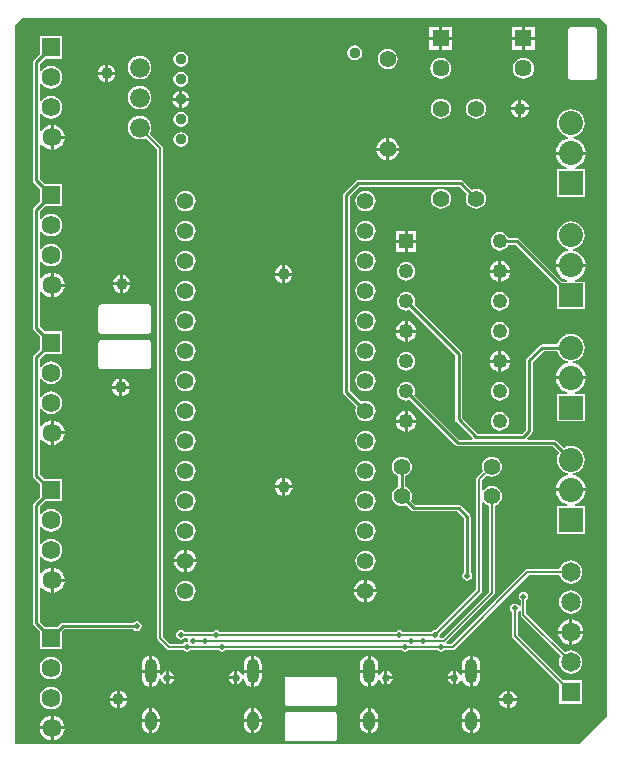
<source format=gbl>
G04*
G04 #@! TF.GenerationSoftware,Altium Limited,Altium Designer,20.0.10 (225)*
G04*
G04 Layer_Physical_Order=2*
G04 Layer_Color=16711680*
%FSLAX44Y44*%
%MOMM*%
G71*
G01*
G75*
%ADD15C,0.2540*%
%ADD29C,1.4500*%
%ADD30R,1.4500X1.4500*%
%ADD37C,1.2500*%
%ADD38R,1.2500X1.2500*%
%ADD41C,0.6500*%
%ADD43C,1.0000*%
%ADD44C,0.5080*%
%ADD45C,0.1850*%
%ADD47C,1.4060*%
%ADD48C,1.6764*%
%ADD49C,1.4000*%
%ADD50C,2.0400*%
%ADD51R,2.0400X2.0400*%
%ADD52R,1.5900X1.5900*%
%ADD53C,1.5900*%
%ADD54C,1.6500*%
%ADD55R,1.6500X1.6500*%
%ADD56O,1.0000X2.1000*%
%ADD57O,1.0000X1.6000*%
%ADD58C,0.9460*%
G36*
X503673Y611036D02*
Y25865D01*
X480135Y2327D01*
X2327D01*
Y610536D01*
X8964Y617173D01*
X497536D01*
X503673Y611036D01*
D02*
G37*
%LPC*%
G36*
X372790Y609490D02*
X364270D01*
Y600970D01*
X372790D01*
Y609490D01*
D02*
G37*
G36*
X442790D02*
X434270D01*
Y600970D01*
X442790D01*
Y609490D01*
D02*
G37*
G36*
X361730D02*
X353210D01*
Y600970D01*
X361730D01*
Y609490D01*
D02*
G37*
G36*
X431730D02*
X423210D01*
Y600970D01*
X431730D01*
Y609490D01*
D02*
G37*
G36*
X442790Y598430D02*
X434270D01*
Y589910D01*
X442790D01*
Y598430D01*
D02*
G37*
G36*
X431730D02*
X423210D01*
Y589910D01*
X431730D01*
Y598430D01*
D02*
G37*
G36*
X372790D02*
X364270D01*
Y589910D01*
X372790D01*
Y598430D01*
D02*
G37*
G36*
X361730D02*
X353210D01*
Y589910D01*
X361730D01*
Y598430D01*
D02*
G37*
G36*
X290000Y593672D02*
X287561Y593187D01*
X285494Y591806D01*
X284113Y589739D01*
X283627Y587300D01*
X284113Y584861D01*
X285494Y582794D01*
X287561Y581413D01*
X290000Y580928D01*
X292439Y581413D01*
X294506Y582794D01*
X295887Y584861D01*
X296372Y587300D01*
X295887Y589739D01*
X294506Y591806D01*
X292439Y593187D01*
X290000Y593672D01*
D02*
G37*
G36*
X143000Y588373D02*
X140561Y587887D01*
X138494Y586506D01*
X137113Y584439D01*
X136628Y582000D01*
X137113Y579562D01*
X138494Y577494D01*
X140561Y576113D01*
X143000Y575628D01*
X145439Y576113D01*
X147506Y577494D01*
X148887Y579562D01*
X149372Y582000D01*
X148887Y584439D01*
X147506Y586506D01*
X145439Y587887D01*
X143000Y588373D01*
D02*
G37*
G36*
X318000Y590594D02*
X315776Y590301D01*
X313703Y589442D01*
X311924Y588077D01*
X310558Y586297D01*
X309700Y584224D01*
X309407Y582000D01*
X309700Y579776D01*
X310558Y577703D01*
X311924Y575924D01*
X313703Y574558D01*
X315776Y573699D01*
X318000Y573406D01*
X320224Y573699D01*
X322297Y574558D01*
X324077Y575924D01*
X325443Y577703D01*
X326301Y579776D01*
X326594Y582000D01*
X326301Y584224D01*
X325443Y586297D01*
X324077Y588077D01*
X322297Y589442D01*
X320224Y590301D01*
X318000Y590594D01*
D02*
G37*
G36*
X81270Y577438D02*
Y571270D01*
X87438D01*
X87346Y571968D01*
X86586Y573802D01*
X85378Y575378D01*
X83802Y576586D01*
X81968Y577346D01*
X81270Y577438D01*
D02*
G37*
G36*
X78730D02*
X78032Y577346D01*
X76198Y576586D01*
X74622Y575378D01*
X73414Y573802D01*
X72654Y571968D01*
X72562Y571270D01*
X78730D01*
Y577438D01*
D02*
G37*
G36*
X433000Y583146D02*
X430711Y582844D01*
X428577Y581961D01*
X426745Y580555D01*
X425339Y578723D01*
X424456Y576590D01*
X424154Y574300D01*
X424456Y572011D01*
X425339Y569877D01*
X426745Y568045D01*
X428577Y566640D01*
X430711Y565756D01*
X433000Y565454D01*
X435289Y565756D01*
X437423Y566640D01*
X439255Y568045D01*
X440661Y569877D01*
X441544Y572011D01*
X441846Y574300D01*
X441544Y576590D01*
X440661Y578723D01*
X439255Y580555D01*
X437423Y581961D01*
X435289Y582844D01*
X433000Y583146D01*
D02*
G37*
G36*
X363000D02*
X360711Y582844D01*
X358577Y581961D01*
X356745Y580555D01*
X355339Y578723D01*
X354456Y576590D01*
X354154Y574300D01*
X354456Y572011D01*
X355339Y569877D01*
X356745Y568045D01*
X358577Y566640D01*
X360711Y565756D01*
X363000Y565454D01*
X365289Y565756D01*
X367423Y566640D01*
X369255Y568045D01*
X370661Y569877D01*
X371544Y572011D01*
X371846Y574300D01*
X371544Y576590D01*
X370661Y578723D01*
X369255Y580555D01*
X367423Y581961D01*
X365289Y582844D01*
X363000Y583146D01*
D02*
G37*
G36*
X108000Y584888D02*
X105415Y584547D01*
X103006Y583549D01*
X100938Y581962D01*
X99351Y579894D01*
X98353Y577485D01*
X98013Y574900D01*
X98353Y572315D01*
X99351Y569906D01*
X100938Y567838D01*
X103006Y566251D01*
X105415Y565253D01*
X108000Y564913D01*
X110585Y565253D01*
X112994Y566251D01*
X115062Y567838D01*
X116649Y569906D01*
X117647Y572315D01*
X117987Y574900D01*
X117647Y577485D01*
X116649Y579894D01*
X115062Y581962D01*
X112994Y583549D01*
X110585Y584547D01*
X108000Y584888D01*
D02*
G37*
G36*
X493000Y609327D02*
X473000D01*
X472110Y609150D01*
X471355Y608645D01*
X470850Y607890D01*
X470673Y607000D01*
X470673Y607000D01*
Y567000D01*
X470850Y566110D01*
X471355Y565355D01*
X472110Y564850D01*
X473000Y564673D01*
X493000D01*
X493890Y564850D01*
X494645Y565355D01*
X495150Y566110D01*
X495327Y567000D01*
X495327Y567000D01*
Y607000D01*
X495150Y607890D01*
X494645Y608645D01*
X493890Y609150D01*
X493000Y609327D01*
D02*
G37*
G36*
X87438Y568730D02*
X81270D01*
Y562562D01*
X81968Y562654D01*
X83802Y563414D01*
X85378Y564622D01*
X86586Y566198D01*
X87346Y568032D01*
X87438Y568730D01*
D02*
G37*
G36*
X78730D02*
X72562D01*
X72654Y568032D01*
X73414Y566198D01*
X74622Y564622D01*
X76198Y563414D01*
X78032Y562654D01*
X78730Y562562D01*
Y568730D01*
D02*
G37*
G36*
X143000Y571372D02*
X140561Y570887D01*
X138494Y569506D01*
X137113Y567439D01*
X136628Y565000D01*
X137113Y562561D01*
X138494Y560494D01*
X140561Y559113D01*
X143000Y558627D01*
X145439Y559113D01*
X147506Y560494D01*
X148887Y562561D01*
X149372Y565000D01*
X148887Y567439D01*
X147506Y569506D01*
X145439Y570887D01*
X143000Y571372D01*
D02*
G37*
G36*
X42470Y601470D02*
X23530D01*
Y586553D01*
X18489Y581512D01*
X17872Y580589D01*
X17656Y579500D01*
Y479500D01*
X17872Y478411D01*
X18489Y477489D01*
X23530Y472447D01*
Y461553D01*
X18489Y456512D01*
X17872Y455589D01*
X17656Y454500D01*
Y354500D01*
X17872Y353412D01*
X18489Y352489D01*
X23530Y347448D01*
Y336553D01*
X18489Y331512D01*
X17872Y330589D01*
X17656Y329500D01*
Y229500D01*
X17872Y228411D01*
X18489Y227489D01*
X23530Y222447D01*
Y211553D01*
X18489Y206512D01*
X17872Y205589D01*
X17655Y204500D01*
Y104500D01*
X17872Y103411D01*
X18489Y102488D01*
X23530Y97447D01*
Y82530D01*
X42470D01*
Y97447D01*
X44178Y99155D01*
X102518D01*
X102573Y99073D01*
X103916Y98176D01*
X105500Y97860D01*
X107084Y98176D01*
X108427Y99073D01*
X109325Y100416D01*
X109640Y102000D01*
X109325Y103584D01*
X108427Y104927D01*
X107084Y105824D01*
X105500Y106140D01*
X103916Y105824D01*
X102573Y104927D01*
X102518Y104845D01*
X43000D01*
X41911Y104628D01*
X40988Y104012D01*
X38447Y101470D01*
X27553D01*
X23345Y105678D01*
Y135794D01*
X24615Y136046D01*
X24837Y135510D01*
X26518Y133319D01*
X28710Y131637D01*
X31261Y130580D01*
X32730Y130387D01*
Y140800D01*
Y151214D01*
X31261Y151020D01*
X28710Y149963D01*
X26518Y148282D01*
X24837Y146090D01*
X24615Y145554D01*
X23345Y145807D01*
Y161445D01*
X24615Y161698D01*
X24728Y161424D01*
X26246Y159446D01*
X28224Y157928D01*
X30528Y156974D01*
X33000Y156649D01*
X35472Y156974D01*
X37776Y157928D01*
X39754Y159446D01*
X41272Y161424D01*
X42226Y163728D01*
X42552Y166200D01*
X42226Y168672D01*
X41272Y170976D01*
X39754Y172954D01*
X37776Y174472D01*
X35472Y175426D01*
X33000Y175752D01*
X30528Y175426D01*
X28224Y174472D01*
X26246Y172954D01*
X24728Y170976D01*
X24615Y170702D01*
X23345Y170955D01*
Y186845D01*
X24615Y187098D01*
X24728Y186824D01*
X26246Y184846D01*
X28224Y183328D01*
X30528Y182374D01*
X33000Y182048D01*
X35472Y182374D01*
X37776Y183328D01*
X39754Y184846D01*
X41272Y186824D01*
X42226Y189128D01*
X42552Y191600D01*
X42226Y194072D01*
X41272Y196376D01*
X39754Y198354D01*
X37776Y199872D01*
X35472Y200826D01*
X33000Y201152D01*
X30528Y200826D01*
X28224Y199872D01*
X26246Y198354D01*
X24728Y196376D01*
X24615Y196102D01*
X23345Y196355D01*
Y203322D01*
X27553Y207530D01*
X42470D01*
Y226470D01*
X27553D01*
X23345Y230678D01*
Y260793D01*
X24615Y261046D01*
X24837Y260510D01*
X26518Y258318D01*
X28710Y256637D01*
X31262Y255580D01*
X32730Y255387D01*
Y265800D01*
Y276213D01*
X31262Y276020D01*
X28710Y274963D01*
X26518Y273281D01*
X24837Y271090D01*
X24615Y270554D01*
X23345Y270807D01*
Y286444D01*
X24615Y286697D01*
X24728Y286424D01*
X26246Y284446D01*
X28224Y282928D01*
X30528Y281974D01*
X33000Y281648D01*
X35472Y281974D01*
X37776Y282928D01*
X39754Y284446D01*
X41272Y286424D01*
X42226Y288728D01*
X42552Y291200D01*
X42226Y293672D01*
X41272Y295976D01*
X39754Y297954D01*
X37776Y299472D01*
X35472Y300426D01*
X33000Y300752D01*
X30528Y300426D01*
X28224Y299472D01*
X26246Y297954D01*
X24728Y295976D01*
X24615Y295703D01*
X23345Y295956D01*
Y311844D01*
X24615Y312097D01*
X24728Y311824D01*
X26246Y309846D01*
X28224Y308328D01*
X30528Y307374D01*
X33000Y307048D01*
X35472Y307374D01*
X37776Y308328D01*
X39754Y309846D01*
X41272Y311824D01*
X42226Y314128D01*
X42552Y316600D01*
X42226Y319072D01*
X41272Y321376D01*
X39754Y323354D01*
X37776Y324872D01*
X35472Y325826D01*
X33000Y326152D01*
X30528Y325826D01*
X28224Y324872D01*
X26246Y323354D01*
X24728Y321376D01*
X24615Y321103D01*
X23345Y321356D01*
Y328322D01*
X27553Y332530D01*
X42470D01*
Y351470D01*
X27554D01*
X23345Y355678D01*
Y385793D01*
X24615Y386046D01*
X24837Y385510D01*
X26519Y383318D01*
X28710Y381637D01*
X31262Y380580D01*
X32730Y380387D01*
Y390800D01*
Y401213D01*
X31262Y401020D01*
X28710Y399963D01*
X26519Y398282D01*
X24837Y396090D01*
X24615Y395554D01*
X23345Y395807D01*
Y411444D01*
X24615Y411697D01*
X24728Y411424D01*
X26246Y409446D01*
X28224Y407928D01*
X30528Y406974D01*
X33000Y406648D01*
X35472Y406974D01*
X37776Y407928D01*
X39754Y409446D01*
X41272Y411424D01*
X42226Y413728D01*
X42552Y416200D01*
X42226Y418672D01*
X41272Y420976D01*
X39754Y422954D01*
X37776Y424472D01*
X35472Y425426D01*
X33000Y425752D01*
X30528Y425426D01*
X28224Y424472D01*
X26246Y422954D01*
X24728Y420976D01*
X24615Y420704D01*
X23345Y420956D01*
Y436844D01*
X24615Y437096D01*
X24728Y436824D01*
X26246Y434846D01*
X28224Y433328D01*
X30528Y432374D01*
X33000Y432048D01*
X35472Y432374D01*
X37776Y433328D01*
X39754Y434846D01*
X41272Y436824D01*
X42226Y439128D01*
X42552Y441600D01*
X42226Y444072D01*
X41272Y446376D01*
X39754Y448354D01*
X37776Y449872D01*
X35472Y450826D01*
X33000Y451152D01*
X30528Y450826D01*
X28224Y449872D01*
X26246Y448354D01*
X24728Y446376D01*
X24615Y446104D01*
X23345Y446356D01*
Y453322D01*
X27553Y457530D01*
X42470D01*
Y476470D01*
X27553D01*
X23345Y480678D01*
Y510793D01*
X24615Y511046D01*
X24837Y510510D01*
X26518Y508319D01*
X28710Y506637D01*
X31261Y505580D01*
X32730Y505387D01*
Y515800D01*
Y526214D01*
X31261Y526020D01*
X28710Y524963D01*
X26518Y523282D01*
X24837Y521091D01*
X24615Y520555D01*
X23345Y520807D01*
Y536445D01*
X24615Y536698D01*
X24728Y536424D01*
X26246Y534446D01*
X28224Y532928D01*
X30528Y531974D01*
X33000Y531648D01*
X35472Y531974D01*
X37776Y532928D01*
X39754Y534446D01*
X41272Y536424D01*
X42226Y538728D01*
X42552Y541200D01*
X42226Y543672D01*
X41272Y545976D01*
X39754Y547954D01*
X37776Y549472D01*
X35472Y550426D01*
X33000Y550752D01*
X30528Y550426D01*
X28224Y549472D01*
X26246Y547954D01*
X24728Y545976D01*
X24615Y545703D01*
X23345Y545955D01*
Y561845D01*
X24615Y562098D01*
X24728Y561824D01*
X26246Y559846D01*
X28224Y558328D01*
X30528Y557374D01*
X33000Y557048D01*
X35472Y557374D01*
X37776Y558328D01*
X39754Y559846D01*
X41272Y561824D01*
X42226Y564128D01*
X42552Y566600D01*
X42226Y569072D01*
X41272Y571376D01*
X39754Y573354D01*
X37776Y574872D01*
X35472Y575826D01*
X33000Y576152D01*
X30528Y575826D01*
X28224Y574872D01*
X26246Y573354D01*
X24728Y571376D01*
X24615Y571103D01*
X23345Y571355D01*
Y578322D01*
X27553Y582530D01*
X42470D01*
Y601470D01*
D02*
G37*
G36*
X144270Y555166D02*
Y549270D01*
X150166D01*
X150083Y549898D01*
X149350Y551666D01*
X148185Y553185D01*
X146666Y554351D01*
X144898Y555083D01*
X144270Y555166D01*
D02*
G37*
G36*
X141730D02*
X141102Y555083D01*
X139334Y554351D01*
X137815Y553185D01*
X136650Y551666D01*
X135917Y549898D01*
X135835Y549270D01*
X141730D01*
Y555166D01*
D02*
G37*
G36*
X431270Y547438D02*
Y541270D01*
X437438D01*
X437346Y541968D01*
X436586Y543802D01*
X435378Y545378D01*
X433802Y546586D01*
X431968Y547346D01*
X431270Y547438D01*
D02*
G37*
G36*
X428730D02*
X428032Y547346D01*
X426198Y546586D01*
X424622Y545378D01*
X423414Y543802D01*
X422654Y541968D01*
X422562Y541270D01*
X428730D01*
Y547438D01*
D02*
G37*
G36*
X150166Y546730D02*
X144270D01*
Y540835D01*
X144898Y540917D01*
X146666Y541650D01*
X148185Y542815D01*
X149350Y544334D01*
X150083Y546102D01*
X150166Y546730D01*
D02*
G37*
G36*
X141730D02*
X135835D01*
X135917Y546102D01*
X136650Y544334D01*
X137815Y542815D01*
X139334Y541650D01*
X141102Y540917D01*
X141730Y540835D01*
Y546730D01*
D02*
G37*
G36*
X108000Y559487D02*
X105415Y559147D01*
X103006Y558149D01*
X100938Y556562D01*
X99351Y554494D01*
X98353Y552085D01*
X98013Y549500D01*
X98353Y546915D01*
X99351Y544506D01*
X100938Y542438D01*
X103006Y540851D01*
X105415Y539853D01*
X108000Y539513D01*
X110585Y539853D01*
X112994Y540851D01*
X115062Y542438D01*
X116649Y544506D01*
X117647Y546915D01*
X117987Y549500D01*
X117647Y552085D01*
X116649Y554494D01*
X115062Y556562D01*
X112994Y558149D01*
X110585Y559147D01*
X108000Y559487D01*
D02*
G37*
G36*
X437438Y538730D02*
X431270D01*
Y532562D01*
X431968Y532654D01*
X433802Y533414D01*
X435378Y534622D01*
X436586Y536198D01*
X437346Y538032D01*
X437438Y538730D01*
D02*
G37*
G36*
X428730D02*
X422562D01*
X422654Y538032D01*
X423414Y536198D01*
X424622Y534622D01*
X426198Y533414D01*
X428032Y532654D01*
X428730Y532562D01*
Y538730D01*
D02*
G37*
G36*
X393000Y548694D02*
X390776Y548401D01*
X388703Y547542D01*
X386924Y546177D01*
X385558Y544397D01*
X384699Y542324D01*
X384407Y540100D01*
X384699Y537876D01*
X385558Y535804D01*
X386924Y534024D01*
X388703Y532658D01*
X390776Y531800D01*
X393000Y531507D01*
X395224Y531800D01*
X397297Y532658D01*
X399077Y534024D01*
X400442Y535804D01*
X401301Y537876D01*
X401594Y540100D01*
X401301Y542324D01*
X400442Y544397D01*
X399077Y546177D01*
X397297Y547542D01*
X395224Y548401D01*
X393000Y548694D01*
D02*
G37*
G36*
X363000D02*
X360776Y548401D01*
X358703Y547542D01*
X356924Y546177D01*
X355558Y544397D01*
X354699Y542324D01*
X354407Y540100D01*
X354699Y537876D01*
X355558Y535804D01*
X356924Y534024D01*
X358703Y532658D01*
X360776Y531800D01*
X363000Y531507D01*
X365224Y531800D01*
X367297Y532658D01*
X369077Y534024D01*
X370442Y535804D01*
X371301Y537876D01*
X371594Y540100D01*
X371301Y542324D01*
X370442Y544397D01*
X369077Y546177D01*
X367297Y547542D01*
X365224Y548401D01*
X363000Y548694D01*
D02*
G37*
G36*
X143000Y537372D02*
X140561Y536887D01*
X138494Y535506D01*
X137113Y533439D01*
X136628Y531000D01*
X137113Y528561D01*
X138494Y526494D01*
X140561Y525113D01*
X143000Y524627D01*
X145439Y525113D01*
X147506Y526494D01*
X148887Y528561D01*
X149372Y531000D01*
X148887Y533439D01*
X147506Y535506D01*
X145439Y536887D01*
X143000Y537372D01*
D02*
G37*
G36*
X35270Y526214D02*
Y517070D01*
X44413D01*
X44220Y518539D01*
X43163Y521091D01*
X41481Y523282D01*
X39290Y524963D01*
X36738Y526020D01*
X35270Y526214D01*
D02*
G37*
G36*
X143000Y520373D02*
X140561Y519888D01*
X138494Y518506D01*
X137113Y516439D01*
X136628Y514000D01*
X137113Y511562D01*
X138494Y509494D01*
X140561Y508113D01*
X143000Y507628D01*
X145439Y508113D01*
X147506Y509494D01*
X148887Y511562D01*
X149372Y514000D01*
X148887Y516439D01*
X147506Y518506D01*
X145439Y519888D01*
X143000Y520373D01*
D02*
G37*
G36*
X319270Y515255D02*
Y507070D01*
X327455D01*
X327295Y508290D01*
X326333Y510611D01*
X324804Y512604D01*
X322811Y514133D01*
X320491Y515094D01*
X319270Y515255D01*
D02*
G37*
G36*
X316730D02*
X315510Y515094D01*
X313189Y514133D01*
X311196Y512604D01*
X309667Y510611D01*
X308706Y508290D01*
X308545Y507070D01*
X316730D01*
Y515255D01*
D02*
G37*
G36*
X44413Y514530D02*
X35270D01*
Y505387D01*
X36738Y505580D01*
X39290Y506637D01*
X41481Y508319D01*
X43163Y510510D01*
X44220Y513062D01*
X44413Y514530D01*
D02*
G37*
G36*
X473000Y539621D02*
X469940Y539218D01*
X467089Y538037D01*
X464641Y536159D01*
X462763Y533711D01*
X461582Y530860D01*
X461179Y527800D01*
X461582Y524740D01*
X462763Y521889D01*
X464641Y519441D01*
X467089Y517563D01*
X469940Y516382D01*
X470903Y516255D01*
Y514974D01*
X469674Y514812D01*
X466575Y513528D01*
X463914Y511486D01*
X461872Y508825D01*
X460588Y505726D01*
X460317Y503670D01*
X473000D01*
X485683D01*
X485412Y505726D01*
X484128Y508825D01*
X482086Y511486D01*
X479425Y513528D01*
X476326Y514812D01*
X475097Y514974D01*
Y516255D01*
X476059Y516382D01*
X478911Y517563D01*
X481359Y519441D01*
X483237Y521889D01*
X484418Y524740D01*
X484821Y527800D01*
X484418Y530860D01*
X483237Y533711D01*
X481359Y536159D01*
X478911Y538037D01*
X476059Y539218D01*
X473000Y539621D01*
D02*
G37*
G36*
X327455Y504530D02*
X319270D01*
Y496345D01*
X320491Y496506D01*
X322811Y497467D01*
X324804Y498996D01*
X326333Y500989D01*
X327295Y503310D01*
X327455Y504530D01*
D02*
G37*
G36*
X316730D02*
X308545D01*
X308706Y503310D01*
X309667Y500989D01*
X311196Y498996D01*
X313189Y497467D01*
X315510Y496506D01*
X316730Y496345D01*
Y504530D01*
D02*
G37*
G36*
X485683Y501130D02*
X473000D01*
X460317D01*
X460588Y499074D01*
X461872Y495975D01*
X463914Y493314D01*
X466575Y491272D01*
X469674Y489988D01*
X469575Y488720D01*
X461280D01*
Y465280D01*
X484720D01*
Y488720D01*
X476425D01*
X476326Y489988D01*
X479425Y491272D01*
X482086Y493314D01*
X484128Y495975D01*
X485412Y499074D01*
X485683Y501130D01*
D02*
G37*
G36*
X379900Y479845D02*
X293000D01*
X291911Y479628D01*
X290989Y479011D01*
X280989Y469011D01*
X280372Y468089D01*
X280155Y467000D01*
Y300500D01*
X280372Y299411D01*
X280989Y298489D01*
X291478Y287999D01*
X290870Y286532D01*
X290576Y284300D01*
X290870Y282068D01*
X291732Y279988D01*
X293102Y278202D01*
X294888Y276832D01*
X296968Y275970D01*
X299200Y275676D01*
X301432Y275970D01*
X303512Y276832D01*
X305298Y278202D01*
X306668Y279988D01*
X307530Y282068D01*
X307824Y284300D01*
X307530Y286532D01*
X306668Y288612D01*
X305298Y290398D01*
X303512Y291768D01*
X301432Y292630D01*
X299200Y292924D01*
X296968Y292630D01*
X295501Y292022D01*
X285845Y301678D01*
Y465822D01*
X294178Y474155D01*
X378722D01*
X385301Y467577D01*
X384699Y466124D01*
X384407Y463900D01*
X384699Y461676D01*
X385558Y459604D01*
X386924Y457824D01*
X388703Y456458D01*
X390776Y455600D01*
X393000Y455307D01*
X395224Y455600D01*
X397297Y456458D01*
X399077Y457824D01*
X400442Y459604D01*
X401301Y461676D01*
X401594Y463900D01*
X401301Y466124D01*
X400442Y468197D01*
X399077Y469977D01*
X397297Y471343D01*
X395224Y472201D01*
X393000Y472494D01*
X390776Y472201D01*
X389324Y471600D01*
X381912Y479011D01*
X380989Y479628D01*
X379900Y479845D01*
D02*
G37*
G36*
X363000Y472494D02*
X360776Y472201D01*
X358703Y471343D01*
X356924Y469977D01*
X355558Y468197D01*
X354699Y466124D01*
X354407Y463900D01*
X354699Y461676D01*
X355558Y459604D01*
X356924Y457824D01*
X358703Y456458D01*
X360776Y455600D01*
X363000Y455307D01*
X365224Y455600D01*
X367297Y456458D01*
X369077Y457824D01*
X370442Y459604D01*
X371301Y461676D01*
X371594Y463900D01*
X371301Y466124D01*
X370442Y468197D01*
X369077Y469977D01*
X367297Y471343D01*
X365224Y472201D01*
X363000Y472494D01*
D02*
G37*
G36*
X299200Y470724D02*
X296968Y470430D01*
X294888Y469568D01*
X293102Y468198D01*
X291732Y466412D01*
X290870Y464332D01*
X290576Y462100D01*
X290870Y459868D01*
X291732Y457788D01*
X293102Y456002D01*
X294888Y454632D01*
X296968Y453770D01*
X299200Y453476D01*
X301432Y453770D01*
X303512Y454632D01*
X305298Y456002D01*
X306668Y457788D01*
X307530Y459868D01*
X307824Y462100D01*
X307530Y464332D01*
X306668Y466412D01*
X305298Y468198D01*
X303512Y469568D01*
X301432Y470430D01*
X299200Y470724D01*
D02*
G37*
G36*
X146800D02*
X144568Y470430D01*
X142488Y469568D01*
X140702Y468198D01*
X139332Y466412D01*
X138470Y464332D01*
X138176Y462100D01*
X138470Y459868D01*
X139332Y457788D01*
X140702Y456002D01*
X142488Y454632D01*
X144568Y453770D01*
X146800Y453476D01*
X149032Y453770D01*
X151112Y454632D01*
X152898Y456002D01*
X154269Y457788D01*
X155130Y459868D01*
X155424Y462100D01*
X155130Y464332D01*
X154269Y466412D01*
X152898Y468198D01*
X151112Y469568D01*
X149032Y470430D01*
X146800Y470724D01*
D02*
G37*
G36*
X342390Y436590D02*
X334870D01*
Y429070D01*
X342390D01*
Y436590D01*
D02*
G37*
G36*
X332330D02*
X324810D01*
Y429070D01*
X332330D01*
Y436590D01*
D02*
G37*
G36*
X299200Y445324D02*
X296968Y445030D01*
X294888Y444168D01*
X293102Y442798D01*
X291732Y441012D01*
X290870Y438932D01*
X290576Y436700D01*
X290870Y434468D01*
X291732Y432388D01*
X293102Y430602D01*
X294888Y429232D01*
X296968Y428370D01*
X299200Y428076D01*
X301432Y428370D01*
X303512Y429232D01*
X305298Y430602D01*
X306668Y432388D01*
X307530Y434468D01*
X307824Y436700D01*
X307530Y438932D01*
X306668Y441012D01*
X305298Y442798D01*
X303512Y444168D01*
X301432Y445030D01*
X299200Y445324D01*
D02*
G37*
G36*
X146800D02*
X144568Y445030D01*
X142488Y444168D01*
X140702Y442798D01*
X139332Y441012D01*
X138470Y438932D01*
X138176Y436700D01*
X138470Y434468D01*
X139332Y432388D01*
X140702Y430602D01*
X142488Y429232D01*
X144568Y428370D01*
X146800Y428076D01*
X149032Y428370D01*
X151112Y429232D01*
X152898Y430602D01*
X154269Y432388D01*
X155130Y434468D01*
X155424Y436700D01*
X155130Y438932D01*
X154269Y441012D01*
X152898Y442798D01*
X151112Y444168D01*
X149032Y445030D01*
X146800Y445324D01*
D02*
G37*
G36*
X342390Y426530D02*
X334870D01*
Y419010D01*
X342390D01*
Y426530D01*
D02*
G37*
G36*
X332330D02*
X324810D01*
Y419010D01*
X332330D01*
Y426530D01*
D02*
G37*
G36*
X473000Y444621D02*
X469940Y444218D01*
X467089Y443037D01*
X464641Y441159D01*
X462763Y438711D01*
X461582Y435860D01*
X461179Y432800D01*
X461582Y429740D01*
X462763Y426889D01*
X464641Y424441D01*
X467089Y422563D01*
X469940Y421382D01*
X470903Y421255D01*
Y419974D01*
X469674Y419812D01*
X466575Y418528D01*
X463914Y416486D01*
X461872Y413825D01*
X460588Y410726D01*
X460317Y408670D01*
X473000D01*
X485683D01*
X485412Y410726D01*
X484128Y413825D01*
X482086Y416486D01*
X479425Y418528D01*
X476326Y419812D01*
X475097Y419974D01*
Y421255D01*
X476059Y421382D01*
X478911Y422563D01*
X481359Y424441D01*
X483237Y426889D01*
X484418Y429740D01*
X484821Y432800D01*
X484418Y435860D01*
X483237Y438711D01*
X481359Y441159D01*
X478911Y443037D01*
X476059Y444218D01*
X473000Y444621D01*
D02*
G37*
G36*
X414270Y411099D02*
Y403670D01*
X421699D01*
X421564Y404695D01*
X420678Y406833D01*
X419269Y408669D01*
X417433Y410078D01*
X415295Y410964D01*
X414270Y411099D01*
D02*
G37*
G36*
X411730D02*
X410705Y410964D01*
X408567Y410078D01*
X406731Y408669D01*
X405322Y406833D01*
X404436Y404695D01*
X404301Y403670D01*
X411730D01*
Y411099D01*
D02*
G37*
G36*
X299200Y419924D02*
X296968Y419630D01*
X294888Y418768D01*
X293102Y417398D01*
X291732Y415612D01*
X290870Y413532D01*
X290576Y411300D01*
X290870Y409068D01*
X291732Y406988D01*
X293102Y405202D01*
X294888Y403832D01*
X296968Y402970D01*
X299200Y402676D01*
X301432Y402970D01*
X303512Y403832D01*
X305298Y405202D01*
X306668Y406988D01*
X307530Y409068D01*
X307824Y411300D01*
X307530Y413532D01*
X306668Y415612D01*
X305298Y417398D01*
X303512Y418768D01*
X301432Y419630D01*
X299200Y419924D01*
D02*
G37*
G36*
X146800D02*
X144568Y419630D01*
X142488Y418768D01*
X140702Y417398D01*
X139332Y415612D01*
X138470Y413532D01*
X138176Y411300D01*
X138470Y409068D01*
X139332Y406988D01*
X140702Y405202D01*
X142488Y403832D01*
X144568Y402970D01*
X146800Y402676D01*
X149032Y402970D01*
X151112Y403832D01*
X152898Y405202D01*
X154269Y406988D01*
X155130Y409068D01*
X155424Y411300D01*
X155130Y413532D01*
X154269Y415612D01*
X152898Y417398D01*
X151112Y418768D01*
X149032Y419630D01*
X146800Y419924D01*
D02*
G37*
G36*
X231270Y407438D02*
Y401270D01*
X237438D01*
X237346Y401968D01*
X236586Y403802D01*
X235378Y405378D01*
X233803Y406586D01*
X231968Y407346D01*
X231270Y407438D01*
D02*
G37*
G36*
X228730D02*
X228032Y407346D01*
X226197Y406586D01*
X224622Y405378D01*
X223414Y403802D01*
X222654Y401968D01*
X222562Y401270D01*
X228730D01*
Y407438D01*
D02*
G37*
G36*
X333600Y410237D02*
X331572Y409970D01*
X329682Y409187D01*
X328058Y407942D01*
X326813Y406319D01*
X326030Y404428D01*
X325763Y402400D01*
X326030Y400372D01*
X326813Y398481D01*
X328058Y396858D01*
X329682Y395613D01*
X331572Y394830D01*
X333600Y394563D01*
X335628Y394830D01*
X337519Y395613D01*
X339142Y396858D01*
X340387Y398481D01*
X341170Y400372D01*
X341437Y402400D01*
X341170Y404428D01*
X340387Y406319D01*
X339142Y407942D01*
X337519Y409187D01*
X335628Y409970D01*
X333600Y410237D01*
D02*
G37*
G36*
X421699Y401130D02*
X414270D01*
Y393701D01*
X415295Y393836D01*
X417433Y394722D01*
X419269Y396131D01*
X420678Y397967D01*
X421564Y400105D01*
X421699Y401130D01*
D02*
G37*
G36*
X411730D02*
X404301D01*
X404436Y400105D01*
X405322Y397967D01*
X406731Y396131D01*
X408567Y394722D01*
X410705Y393836D01*
X411730Y393701D01*
Y401130D01*
D02*
G37*
G36*
X94020Y399188D02*
Y393020D01*
X100188D01*
X100096Y393718D01*
X99336Y395552D01*
X98128Y397128D01*
X96552Y398336D01*
X94718Y399096D01*
X94020Y399188D01*
D02*
G37*
G36*
X91480D02*
X90782Y399096D01*
X88947Y398336D01*
X87372Y397128D01*
X86164Y395552D01*
X85404Y393718D01*
X85312Y393020D01*
X91480D01*
Y399188D01*
D02*
G37*
G36*
X237438Y398730D02*
X231270D01*
Y392562D01*
X231968Y392654D01*
X233803Y393414D01*
X235378Y394622D01*
X236586Y396198D01*
X237346Y398032D01*
X237438Y398730D01*
D02*
G37*
G36*
X228730D02*
X222562D01*
X222654Y398032D01*
X223414Y396198D01*
X224622Y394622D01*
X226197Y393414D01*
X228032Y392654D01*
X228730Y392562D01*
Y398730D01*
D02*
G37*
G36*
X35270Y401213D02*
Y392070D01*
X44414D01*
X44220Y393539D01*
X43163Y396090D01*
X41482Y398282D01*
X39290Y399963D01*
X36739Y401020D01*
X35270Y401213D01*
D02*
G37*
G36*
X100188Y390480D02*
X94020D01*
Y384312D01*
X94718Y384404D01*
X96552Y385164D01*
X98128Y386372D01*
X99336Y387948D01*
X100096Y389782D01*
X100188Y390480D01*
D02*
G37*
G36*
X91480D02*
X85312D01*
X85404Y389782D01*
X86164Y387948D01*
X87372Y386372D01*
X88947Y385164D01*
X90782Y384404D01*
X91480Y384312D01*
Y390480D01*
D02*
G37*
G36*
X44414Y389530D02*
X35270D01*
Y380387D01*
X36739Y380580D01*
X39290Y381637D01*
X41482Y383318D01*
X43163Y385510D01*
X44220Y388062D01*
X44414Y389530D01*
D02*
G37*
G36*
X299200Y394524D02*
X296968Y394230D01*
X294888Y393368D01*
X293102Y391998D01*
X291732Y390212D01*
X290870Y388132D01*
X290576Y385900D01*
X290870Y383668D01*
X291732Y381588D01*
X293102Y379802D01*
X294888Y378432D01*
X296968Y377570D01*
X299200Y377276D01*
X301432Y377570D01*
X303512Y378432D01*
X305298Y379802D01*
X306668Y381588D01*
X307530Y383668D01*
X307824Y385900D01*
X307530Y388132D01*
X306668Y390212D01*
X305298Y391998D01*
X303512Y393368D01*
X301432Y394230D01*
X299200Y394524D01*
D02*
G37*
G36*
X146800D02*
X144568Y394230D01*
X142488Y393368D01*
X140702Y391998D01*
X139332Y390212D01*
X138470Y388132D01*
X138176Y385900D01*
X138470Y383668D01*
X139332Y381588D01*
X140702Y379802D01*
X142488Y378432D01*
X144568Y377570D01*
X146800Y377276D01*
X149032Y377570D01*
X151112Y378432D01*
X152898Y379802D01*
X154269Y381588D01*
X155130Y383668D01*
X155424Y385900D01*
X155130Y388132D01*
X154269Y390212D01*
X152898Y391998D01*
X151112Y393368D01*
X149032Y394230D01*
X146800Y394524D01*
D02*
G37*
G36*
X413000Y435637D02*
X410972Y435370D01*
X409081Y434587D01*
X407458Y433342D01*
X406213Y431719D01*
X405430Y429828D01*
X405163Y427800D01*
X405430Y425772D01*
X406213Y423881D01*
X407458Y422258D01*
X409081Y421013D01*
X410972Y420230D01*
X413000Y419963D01*
X415028Y420230D01*
X416918Y421013D01*
X418542Y422258D01*
X419787Y423881D01*
X420232Y424955D01*
X426022D01*
X461280Y389697D01*
Y370280D01*
X484720D01*
Y393720D01*
X476425D01*
X476326Y394988D01*
X479425Y396272D01*
X482086Y398314D01*
X484128Y400975D01*
X485412Y404074D01*
X485683Y406130D01*
X473000D01*
X460317D01*
X460588Y404074D01*
X461872Y400975D01*
X463914Y398314D01*
X466575Y396272D01*
X469674Y394988D01*
X469575Y393720D01*
X465303D01*
X429212Y429812D01*
X428289Y430428D01*
X427200Y430645D01*
X420232D01*
X419787Y431719D01*
X418542Y433342D01*
X416918Y434587D01*
X415028Y435370D01*
X413000Y435637D01*
D02*
G37*
G36*
Y384837D02*
X410972Y384570D01*
X409081Y383787D01*
X407458Y382542D01*
X406213Y380919D01*
X405430Y379029D01*
X405163Y377000D01*
X405430Y374972D01*
X406213Y373082D01*
X407458Y371458D01*
X409081Y370213D01*
X410972Y369430D01*
X413000Y369163D01*
X415028Y369430D01*
X416918Y370213D01*
X418542Y371458D01*
X419787Y373082D01*
X420570Y374972D01*
X420837Y377000D01*
X420570Y379029D01*
X419787Y380919D01*
X418542Y382542D01*
X416918Y383787D01*
X415028Y384570D01*
X413000Y384837D01*
D02*
G37*
G36*
X334870Y360299D02*
Y352870D01*
X342299D01*
X342164Y353895D01*
X341278Y356033D01*
X339869Y357869D01*
X338033Y359278D01*
X335895Y360164D01*
X334870Y360299D01*
D02*
G37*
G36*
X332330D02*
X331305Y360164D01*
X329167Y359278D01*
X327331Y357869D01*
X325922Y356033D01*
X325036Y353895D01*
X324901Y352870D01*
X332330D01*
Y360299D01*
D02*
G37*
G36*
X299200Y369124D02*
X296968Y368830D01*
X294888Y367968D01*
X293102Y366598D01*
X291732Y364812D01*
X290870Y362732D01*
X290576Y360500D01*
X290870Y358268D01*
X291732Y356188D01*
X293102Y354402D01*
X294888Y353032D01*
X296968Y352170D01*
X299200Y351876D01*
X301432Y352170D01*
X303512Y353032D01*
X305298Y354402D01*
X306668Y356188D01*
X307530Y358268D01*
X307824Y360500D01*
X307530Y362732D01*
X306668Y364812D01*
X305298Y366598D01*
X303512Y367968D01*
X301432Y368830D01*
X299200Y369124D01*
D02*
G37*
G36*
X146800D02*
X144568Y368830D01*
X142488Y367968D01*
X140702Y366598D01*
X139332Y364812D01*
X138470Y362732D01*
X138176Y360500D01*
X138470Y358268D01*
X139332Y356188D01*
X140702Y354402D01*
X142488Y353032D01*
X144568Y352170D01*
X146800Y351876D01*
X149032Y352170D01*
X151112Y353032D01*
X152898Y354402D01*
X154269Y356188D01*
X155130Y358268D01*
X155424Y360500D01*
X155130Y362732D01*
X154269Y364812D01*
X152898Y366598D01*
X151112Y367968D01*
X149032Y368830D01*
X146800Y369124D01*
D02*
G37*
G36*
X115500Y374327D02*
X115500Y374327D01*
X75500D01*
X74610Y374150D01*
X73855Y373645D01*
X73350Y372890D01*
X73173Y372000D01*
Y352000D01*
X73350Y351110D01*
X73855Y350355D01*
X74610Y349850D01*
X75500Y349673D01*
X75500Y349673D01*
X115500D01*
X116390Y349851D01*
X117145Y350355D01*
X117650Y351110D01*
X117827Y352000D01*
Y372000D01*
X117650Y372891D01*
X117145Y373645D01*
X116390Y374150D01*
X115500Y374327D01*
D02*
G37*
G36*
X413000Y359437D02*
X410972Y359170D01*
X409081Y358387D01*
X407458Y357142D01*
X406213Y355519D01*
X405430Y353629D01*
X405163Y351600D01*
X405430Y349572D01*
X406213Y347682D01*
X407458Y346058D01*
X409081Y344813D01*
X410972Y344030D01*
X413000Y343763D01*
X415028Y344030D01*
X416918Y344813D01*
X418542Y346058D01*
X419787Y347682D01*
X420570Y349572D01*
X420837Y351600D01*
X420570Y353629D01*
X419787Y355519D01*
X418542Y357142D01*
X416918Y358387D01*
X415028Y359170D01*
X413000Y359437D01*
D02*
G37*
G36*
X342299Y350330D02*
X334870D01*
Y342901D01*
X335895Y343036D01*
X338033Y343922D01*
X339869Y345331D01*
X341278Y347167D01*
X342164Y349305D01*
X342299Y350330D01*
D02*
G37*
G36*
X332330D02*
X324901D01*
X325036Y349305D01*
X325922Y347167D01*
X327331Y345331D01*
X329167Y343922D01*
X331305Y343036D01*
X332330Y342901D01*
Y350330D01*
D02*
G37*
G36*
X414270Y334899D02*
Y327470D01*
X421699D01*
X421564Y328495D01*
X420678Y330633D01*
X419269Y332469D01*
X417433Y333878D01*
X415295Y334764D01*
X414270Y334899D01*
D02*
G37*
G36*
X411730D02*
X410705Y334764D01*
X408567Y333878D01*
X406731Y332469D01*
X405322Y330633D01*
X404436Y328495D01*
X404301Y327470D01*
X411730D01*
Y334899D01*
D02*
G37*
G36*
X299200Y343724D02*
X296968Y343430D01*
X294888Y342568D01*
X293102Y341198D01*
X291732Y339412D01*
X290870Y337332D01*
X290576Y335100D01*
X290870Y332868D01*
X291732Y330788D01*
X293102Y329002D01*
X294888Y327632D01*
X296968Y326770D01*
X299200Y326476D01*
X301432Y326770D01*
X303512Y327632D01*
X305298Y329002D01*
X306668Y330788D01*
X307530Y332868D01*
X307824Y335100D01*
X307530Y337332D01*
X306668Y339412D01*
X305298Y341198D01*
X303512Y342568D01*
X301432Y343430D01*
X299200Y343724D01*
D02*
G37*
G36*
X146800D02*
X144568Y343430D01*
X142488Y342568D01*
X140702Y341198D01*
X139332Y339412D01*
X138470Y337332D01*
X138176Y335100D01*
X138470Y332868D01*
X139332Y330788D01*
X140702Y329002D01*
X142488Y327632D01*
X144568Y326770D01*
X146800Y326476D01*
X149032Y326770D01*
X151112Y327632D01*
X152898Y329002D01*
X154269Y330788D01*
X155130Y332868D01*
X155424Y335100D01*
X155130Y337332D01*
X154269Y339412D01*
X152898Y341198D01*
X151112Y342568D01*
X149032Y343430D01*
X146800Y343724D01*
D02*
G37*
G36*
X115500Y344327D02*
X115500Y344327D01*
X75500D01*
X74610Y344150D01*
X73855Y343645D01*
X73350Y342890D01*
X73173Y342000D01*
Y322000D01*
X73350Y321110D01*
X73855Y320355D01*
X74610Y319850D01*
X75500Y319673D01*
X75500Y319673D01*
X115500D01*
X116390Y319850D01*
X117145Y320355D01*
X117650Y321110D01*
X117827Y322000D01*
Y342000D01*
X117650Y342890D01*
X117145Y343645D01*
X116390Y344150D01*
X115500Y344327D01*
D02*
G37*
G36*
X333600Y334037D02*
X331572Y333770D01*
X329682Y332987D01*
X328058Y331742D01*
X326813Y330119D01*
X326030Y328228D01*
X325763Y326200D01*
X326030Y324172D01*
X326813Y322281D01*
X328058Y320658D01*
X329682Y319413D01*
X331572Y318630D01*
X333600Y318363D01*
X335628Y318630D01*
X337519Y319413D01*
X339142Y320658D01*
X340387Y322281D01*
X341170Y324172D01*
X341437Y326200D01*
X341170Y328228D01*
X340387Y330119D01*
X339142Y331742D01*
X337519Y332987D01*
X335628Y333770D01*
X333600Y334037D01*
D02*
G37*
G36*
X421699Y324930D02*
X414270D01*
Y317501D01*
X415295Y317636D01*
X417433Y318522D01*
X419269Y319931D01*
X420678Y321767D01*
X421564Y323905D01*
X421699Y324930D01*
D02*
G37*
G36*
X411730D02*
X404301D01*
X404436Y323905D01*
X405322Y321767D01*
X406731Y319931D01*
X408567Y318522D01*
X410705Y317636D01*
X411730Y317501D01*
Y324930D01*
D02*
G37*
G36*
X333600Y384837D02*
X331572Y384570D01*
X329682Y383787D01*
X328058Y382542D01*
X326813Y380919D01*
X326030Y379029D01*
X325763Y377000D01*
X326030Y374972D01*
X326813Y373082D01*
X328058Y371458D01*
X329682Y370213D01*
X331572Y369430D01*
X333600Y369163D01*
X335628Y369430D01*
X336702Y369875D01*
X375155Y331422D01*
Y277000D01*
X375372Y275911D01*
X375989Y274989D01*
X389862Y261115D01*
X389336Y259845D01*
X378578D01*
X340725Y297698D01*
X341170Y298772D01*
X341437Y300800D01*
X341170Y302829D01*
X340387Y304719D01*
X339142Y306342D01*
X337519Y307587D01*
X335628Y308370D01*
X333600Y308637D01*
X331572Y308370D01*
X329682Y307587D01*
X328058Y306342D01*
X326813Y304719D01*
X326030Y302829D01*
X325763Y300800D01*
X326030Y298772D01*
X326813Y296882D01*
X328058Y295258D01*
X329682Y294013D01*
X331572Y293230D01*
X333600Y292963D01*
X335628Y293230D01*
X336702Y293675D01*
X375389Y254989D01*
X376311Y254372D01*
X377400Y254155D01*
X457622D01*
X462895Y248883D01*
X462763Y248711D01*
X461582Y245860D01*
X461179Y242800D01*
X461582Y239741D01*
X462763Y236889D01*
X464641Y234441D01*
X467089Y232563D01*
X469940Y231382D01*
X470903Y231255D01*
Y229974D01*
X469674Y229812D01*
X466575Y228528D01*
X463914Y226486D01*
X461872Y223825D01*
X460588Y220726D01*
X460317Y218670D01*
X473000D01*
X485683D01*
X485412Y220726D01*
X484128Y223825D01*
X482086Y226486D01*
X479425Y228528D01*
X476326Y229812D01*
X475097Y229974D01*
Y231255D01*
X476059Y231382D01*
X478911Y232563D01*
X481359Y234441D01*
X483237Y236889D01*
X484418Y239741D01*
X484821Y242800D01*
X484418Y245860D01*
X483237Y248711D01*
X481359Y251159D01*
X478911Y253037D01*
X476059Y254218D01*
X473000Y254621D01*
X469940Y254218D01*
X467089Y253037D01*
X466917Y252906D01*
X460812Y259011D01*
X459889Y259628D01*
X458800Y259845D01*
X436664D01*
X436138Y261115D01*
X440011Y264989D01*
X440628Y265912D01*
X440845Y267000D01*
Y325822D01*
X449978Y334955D01*
X461553D01*
X461582Y334740D01*
X462763Y331889D01*
X464641Y329441D01*
X467089Y327563D01*
X469940Y326382D01*
X470903Y326255D01*
Y324974D01*
X469674Y324812D01*
X466575Y323528D01*
X463914Y321486D01*
X461872Y318825D01*
X460588Y315726D01*
X460317Y313670D01*
X473000D01*
X485683D01*
X485412Y315726D01*
X484128Y318825D01*
X482086Y321486D01*
X479425Y323528D01*
X476326Y324812D01*
X475097Y324974D01*
Y326255D01*
X476059Y326382D01*
X478911Y327563D01*
X481359Y329441D01*
X483237Y331889D01*
X484418Y334740D01*
X484821Y337800D01*
X484418Y340860D01*
X483237Y343711D01*
X481359Y346159D01*
X478911Y348037D01*
X476059Y349218D01*
X473000Y349621D01*
X469940Y349218D01*
X467089Y348037D01*
X464641Y346159D01*
X462763Y343711D01*
X461582Y340860D01*
X461553Y340645D01*
X448800D01*
X447711Y340428D01*
X446788Y339812D01*
X435989Y329011D01*
X435372Y328089D01*
X435155Y327000D01*
Y268178D01*
X431822Y264845D01*
X394178D01*
X380845Y278178D01*
Y332600D01*
X380628Y333689D01*
X380011Y334612D01*
X340725Y373898D01*
X341170Y374972D01*
X341437Y377000D01*
X341170Y379029D01*
X340387Y380919D01*
X339142Y382542D01*
X337519Y383787D01*
X335628Y384570D01*
X333600Y384837D01*
D02*
G37*
G36*
X93270Y311688D02*
Y305520D01*
X99438D01*
X99346Y306218D01*
X98586Y308053D01*
X97378Y309628D01*
X95802Y310836D01*
X93968Y311596D01*
X93270Y311688D01*
D02*
G37*
G36*
X90730D02*
X90032Y311596D01*
X88197Y310836D01*
X86622Y309628D01*
X85414Y308053D01*
X84654Y306218D01*
X84562Y305520D01*
X90730D01*
Y311688D01*
D02*
G37*
G36*
X299200Y318324D02*
X296968Y318030D01*
X294888Y317168D01*
X293102Y315798D01*
X291732Y314012D01*
X290870Y311932D01*
X290576Y309700D01*
X290870Y307468D01*
X291732Y305388D01*
X293102Y303602D01*
X294888Y302232D01*
X296968Y301370D01*
X299200Y301076D01*
X301432Y301370D01*
X303512Y302232D01*
X305298Y303602D01*
X306668Y305388D01*
X307530Y307468D01*
X307824Y309700D01*
X307530Y311932D01*
X306668Y314012D01*
X305298Y315798D01*
X303512Y317168D01*
X301432Y318030D01*
X299200Y318324D01*
D02*
G37*
G36*
X146800D02*
X144568Y318030D01*
X142488Y317168D01*
X140702Y315798D01*
X139332Y314012D01*
X138470Y311932D01*
X138176Y309700D01*
X138470Y307468D01*
X139332Y305388D01*
X140702Y303602D01*
X142488Y302232D01*
X144568Y301370D01*
X146800Y301076D01*
X149032Y301370D01*
X151112Y302232D01*
X152898Y303602D01*
X154269Y305388D01*
X155130Y307468D01*
X155424Y309700D01*
X155130Y311932D01*
X154269Y314012D01*
X152898Y315798D01*
X151112Y317168D01*
X149032Y318030D01*
X146800Y318324D01*
D02*
G37*
G36*
X99438Y302980D02*
X93270D01*
Y296812D01*
X93968Y296904D01*
X95802Y297664D01*
X97378Y298872D01*
X98586Y300448D01*
X99346Y302282D01*
X99438Y302980D01*
D02*
G37*
G36*
X90730D02*
X84562D01*
X84654Y302282D01*
X85414Y300448D01*
X86622Y298872D01*
X88197Y297664D01*
X90032Y296904D01*
X90730Y296812D01*
Y302980D01*
D02*
G37*
G36*
X413000Y308637D02*
X410972Y308370D01*
X409081Y307587D01*
X407458Y306342D01*
X406213Y304719D01*
X405430Y302829D01*
X405163Y300800D01*
X405430Y298772D01*
X406213Y296882D01*
X407458Y295258D01*
X409081Y294013D01*
X410972Y293230D01*
X413000Y292963D01*
X415028Y293230D01*
X416918Y294013D01*
X418542Y295258D01*
X419787Y296882D01*
X420570Y298772D01*
X420837Y300800D01*
X420570Y302829D01*
X419787Y304719D01*
X418542Y306342D01*
X416918Y307587D01*
X415028Y308370D01*
X413000Y308637D01*
D02*
G37*
G36*
X334870Y284099D02*
Y276670D01*
X342299D01*
X342164Y277695D01*
X341278Y279833D01*
X339869Y281669D01*
X338033Y283078D01*
X335895Y283964D01*
X334870Y284099D01*
D02*
G37*
G36*
X332330D02*
X331305Y283964D01*
X329167Y283078D01*
X327331Y281669D01*
X325922Y279833D01*
X325036Y277695D01*
X324901Y276670D01*
X332330D01*
Y284099D01*
D02*
G37*
G36*
X146800Y292924D02*
X144568Y292630D01*
X142488Y291768D01*
X140702Y290398D01*
X139332Y288612D01*
X138470Y286532D01*
X138176Y284300D01*
X138470Y282068D01*
X139332Y279988D01*
X140702Y278202D01*
X142488Y276832D01*
X144568Y275970D01*
X146800Y275676D01*
X149032Y275970D01*
X151112Y276832D01*
X152898Y278202D01*
X154269Y279988D01*
X155130Y282068D01*
X155424Y284300D01*
X155130Y286532D01*
X154269Y288612D01*
X152898Y290398D01*
X151112Y291768D01*
X149032Y292630D01*
X146800Y292924D01*
D02*
G37*
G36*
X485683Y311130D02*
X473000D01*
X460317D01*
X460588Y309074D01*
X461872Y305975D01*
X463914Y303314D01*
X466575Y301272D01*
X469674Y299988D01*
X469575Y298720D01*
X461280D01*
Y275280D01*
X484720D01*
Y298720D01*
X476425D01*
X476326Y299988D01*
X479425Y301272D01*
X482086Y303314D01*
X484128Y305975D01*
X485412Y309074D01*
X485683Y311130D01*
D02*
G37*
G36*
X413000Y283237D02*
X410972Y282970D01*
X409081Y282187D01*
X407458Y280942D01*
X406213Y279319D01*
X405430Y277428D01*
X405163Y275400D01*
X405430Y273372D01*
X406213Y271481D01*
X407458Y269858D01*
X409081Y268613D01*
X410972Y267830D01*
X413000Y267563D01*
X415028Y267830D01*
X416918Y268613D01*
X418542Y269858D01*
X419787Y271481D01*
X420570Y273372D01*
X420837Y275400D01*
X420570Y277428D01*
X419787Y279319D01*
X418542Y280942D01*
X416918Y282187D01*
X415028Y282970D01*
X413000Y283237D01*
D02*
G37*
G36*
X35270Y276213D02*
Y267070D01*
X44413D01*
X44220Y268538D01*
X43163Y271090D01*
X41482Y273281D01*
X39290Y274963D01*
X36739Y276020D01*
X35270Y276213D01*
D02*
G37*
G36*
X342299Y274130D02*
X334870D01*
Y266701D01*
X335895Y266836D01*
X338033Y267722D01*
X339869Y269131D01*
X341278Y270967D01*
X342164Y273105D01*
X342299Y274130D01*
D02*
G37*
G36*
X332330D02*
X324901D01*
X325036Y273105D01*
X325922Y270967D01*
X327331Y269131D01*
X329167Y267722D01*
X331305Y266836D01*
X332330Y266701D01*
Y274130D01*
D02*
G37*
G36*
X44413Y264530D02*
X35270D01*
Y255387D01*
X36739Y255580D01*
X39290Y256637D01*
X41482Y258318D01*
X43163Y260510D01*
X44220Y263062D01*
X44413Y264530D01*
D02*
G37*
G36*
X299200Y267524D02*
X296968Y267230D01*
X294888Y266368D01*
X293102Y264998D01*
X291732Y263212D01*
X290870Y261132D01*
X290576Y258900D01*
X290870Y256668D01*
X291732Y254588D01*
X293102Y252802D01*
X294888Y251432D01*
X296968Y250570D01*
X299200Y250276D01*
X301432Y250570D01*
X303512Y251432D01*
X305298Y252802D01*
X306668Y254588D01*
X307530Y256668D01*
X307824Y258900D01*
X307530Y261132D01*
X306668Y263212D01*
X305298Y264998D01*
X303512Y266368D01*
X301432Y267230D01*
X299200Y267524D01*
D02*
G37*
G36*
X146800D02*
X144568Y267230D01*
X142488Y266368D01*
X140702Y264998D01*
X139332Y263212D01*
X138470Y261132D01*
X138176Y258900D01*
X138470Y256668D01*
X139332Y254588D01*
X140702Y252802D01*
X142488Y251432D01*
X144568Y250570D01*
X146800Y250276D01*
X149032Y250570D01*
X151112Y251432D01*
X152898Y252802D01*
X154269Y254588D01*
X155130Y256668D01*
X155424Y258900D01*
X155130Y261132D01*
X154269Y263212D01*
X152898Y264998D01*
X151112Y266368D01*
X149032Y267230D01*
X146800Y267524D01*
D02*
G37*
G36*
X108000Y534087D02*
X105415Y533747D01*
X103006Y532749D01*
X100938Y531162D01*
X99351Y529094D01*
X98353Y526685D01*
X98013Y524100D01*
X98353Y521515D01*
X99351Y519106D01*
X100938Y517038D01*
X103006Y515451D01*
X105415Y514453D01*
X108000Y514113D01*
X110585Y514453D01*
X112994Y515451D01*
X113067Y515507D01*
X123007Y505567D01*
Y92000D01*
X123197Y91046D01*
X123737Y90237D01*
X131237Y82737D01*
X131237Y82737D01*
X132046Y82197D01*
X133000Y82007D01*
X144783D01*
X145073Y81573D01*
X146416Y80676D01*
X148000Y80360D01*
X149584Y80676D01*
X150927Y81573D01*
X151217Y82007D01*
X174783D01*
X175073Y81573D01*
X176416Y80676D01*
X178000Y80360D01*
X179584Y80676D01*
X180927Y81573D01*
X181217Y82007D01*
X329783D01*
X330073Y81573D01*
X331416Y80676D01*
X333000Y80360D01*
X334584Y80676D01*
X335927Y81573D01*
X336217Y82007D01*
X359783D01*
X360073Y81573D01*
X361416Y80676D01*
X363000Y80360D01*
X364584Y80676D01*
X365927Y81573D01*
X366217Y82007D01*
X373000D01*
X373954Y82197D01*
X374763Y82737D01*
X437333Y145308D01*
X463474D01*
X463482Y145250D01*
X464466Y142874D01*
X466032Y140833D01*
X468073Y139267D01*
X470450Y138282D01*
X473000Y137947D01*
X475551Y138282D01*
X477927Y139267D01*
X479968Y140833D01*
X481534Y142874D01*
X482519Y145250D01*
X482855Y147801D01*
X482519Y150351D01*
X481534Y152728D01*
X479968Y154769D01*
X477927Y156335D01*
X475551Y157319D01*
X473000Y157655D01*
X470450Y157319D01*
X468073Y156335D01*
X466032Y154769D01*
X464466Y152728D01*
X463482Y150351D01*
X463474Y150294D01*
X436301D01*
X435347Y150104D01*
X434538Y149564D01*
X434538Y149564D01*
X371967Y86993D01*
X368315D01*
X367788Y88263D01*
X407863Y128337D01*
X408403Y129146D01*
X408593Y130100D01*
Y203811D01*
X410396Y204558D01*
X412176Y205924D01*
X413542Y207704D01*
X414400Y209776D01*
X414693Y212001D01*
X414400Y214225D01*
X413542Y216297D01*
X412176Y218077D01*
X410396Y219443D01*
X408324Y220301D01*
X406100Y220594D01*
X403876Y220301D01*
X401803Y219443D01*
X400023Y218077D01*
X399263Y217086D01*
X397993Y217517D01*
Y225368D01*
X402072Y229447D01*
X403876Y228699D01*
X406100Y228407D01*
X408324Y228699D01*
X410396Y229558D01*
X412176Y230924D01*
X413542Y232703D01*
X414400Y234776D01*
X414693Y237000D01*
X414400Y239224D01*
X413542Y241297D01*
X412176Y243077D01*
X410396Y244442D01*
X408324Y245301D01*
X406100Y245594D01*
X403876Y245301D01*
X401803Y244442D01*
X400023Y243077D01*
X398657Y241297D01*
X397799Y239224D01*
X397506Y237000D01*
X397799Y234776D01*
X398546Y232972D01*
X393737Y228163D01*
X393197Y227354D01*
X393007Y226400D01*
Y133033D01*
X358512Y98538D01*
X358000Y98640D01*
X356416Y98324D01*
X355073Y97427D01*
X354783Y96993D01*
X331217D01*
X330927Y97427D01*
X329584Y98324D01*
X328000Y98640D01*
X326416Y98324D01*
X325073Y97427D01*
X324783Y96993D01*
X176217D01*
X175927Y97427D01*
X174584Y98324D01*
X173000Y98640D01*
X171416Y98324D01*
X170073Y97427D01*
X169783Y96993D01*
X146217D01*
X145927Y97427D01*
X144584Y98324D01*
X143000Y98640D01*
X141416Y98324D01*
X140073Y97427D01*
X139176Y96084D01*
X138860Y94500D01*
X139176Y92916D01*
X140073Y91573D01*
X141416Y90676D01*
X143000Y90360D01*
X144584Y90676D01*
X145927Y91573D01*
X146217Y92007D01*
X148381D01*
X149107Y90737D01*
X148860Y89500D01*
X148608Y89248D01*
X147747Y88589D01*
X146416Y88324D01*
X145073Y87427D01*
X144783Y86993D01*
X134033D01*
X127993Y93033D01*
Y506600D01*
X127803Y507554D01*
X127263Y508363D01*
X116593Y519033D01*
X116649Y519106D01*
X117647Y521515D01*
X117987Y524100D01*
X117647Y526685D01*
X116649Y529094D01*
X115062Y531162D01*
X112994Y532749D01*
X110585Y533747D01*
X108000Y534087D01*
D02*
G37*
G36*
X299200Y242124D02*
X296968Y241830D01*
X294888Y240968D01*
X293102Y239598D01*
X291732Y237812D01*
X290870Y235732D01*
X290576Y233500D01*
X290870Y231268D01*
X291732Y229188D01*
X293102Y227402D01*
X294888Y226032D01*
X296968Y225170D01*
X299200Y224876D01*
X301432Y225170D01*
X303512Y226032D01*
X305298Y227402D01*
X306668Y229188D01*
X307530Y231268D01*
X307824Y233500D01*
X307530Y235732D01*
X306668Y237812D01*
X305298Y239598D01*
X303512Y240968D01*
X301432Y241830D01*
X299200Y242124D01*
D02*
G37*
G36*
X146800D02*
X144568Y241830D01*
X142488Y240968D01*
X140702Y239598D01*
X139332Y237812D01*
X138470Y235732D01*
X138176Y233500D01*
X138470Y231268D01*
X139332Y229188D01*
X140702Y227402D01*
X142488Y226032D01*
X144568Y225170D01*
X146800Y224876D01*
X149032Y225170D01*
X151112Y226032D01*
X152898Y227402D01*
X154269Y229188D01*
X155130Y231268D01*
X155424Y233500D01*
X155130Y235732D01*
X154269Y237812D01*
X152898Y239598D01*
X151112Y240968D01*
X149032Y241830D01*
X146800Y242124D01*
D02*
G37*
G36*
X231270Y227438D02*
Y221270D01*
X237438D01*
X237346Y221968D01*
X236586Y223803D01*
X235378Y225378D01*
X233803Y226586D01*
X231968Y227346D01*
X231270Y227438D01*
D02*
G37*
G36*
X228730D02*
X228032Y227346D01*
X226197Y226586D01*
X224622Y225378D01*
X223414Y223803D01*
X222654Y221968D01*
X222562Y221270D01*
X228730D01*
Y227438D01*
D02*
G37*
G36*
X237438Y218730D02*
X231270D01*
Y212562D01*
X231968Y212654D01*
X233803Y213414D01*
X235378Y214622D01*
X236586Y216197D01*
X237346Y218032D01*
X237438Y218730D01*
D02*
G37*
G36*
X228730D02*
X222562D01*
X222654Y218032D01*
X223414Y216197D01*
X224622Y214622D01*
X226197Y213414D01*
X228032Y212654D01*
X228730Y212562D01*
Y218730D01*
D02*
G37*
G36*
X299200Y216724D02*
X296968Y216430D01*
X294888Y215568D01*
X293102Y214198D01*
X291732Y212412D01*
X290870Y210332D01*
X290576Y208100D01*
X290870Y205868D01*
X291732Y203788D01*
X293102Y202002D01*
X294888Y200632D01*
X296968Y199770D01*
X299200Y199476D01*
X301432Y199770D01*
X303512Y200632D01*
X305298Y202002D01*
X306668Y203788D01*
X307530Y205868D01*
X307824Y208100D01*
X307530Y210332D01*
X306668Y212412D01*
X305298Y214198D01*
X303512Y215568D01*
X301432Y216430D01*
X299200Y216724D01*
D02*
G37*
G36*
X146800D02*
X144568Y216430D01*
X142488Y215568D01*
X140702Y214198D01*
X139332Y212412D01*
X138470Y210332D01*
X138176Y208100D01*
X138470Y205868D01*
X139332Y203788D01*
X140702Y202002D01*
X142488Y200632D01*
X144568Y199770D01*
X146800Y199476D01*
X149032Y199770D01*
X151112Y200632D01*
X152898Y202002D01*
X154269Y203788D01*
X155130Y205868D01*
X155424Y208100D01*
X155130Y210332D01*
X154269Y212412D01*
X152898Y214198D01*
X151112Y215568D01*
X149032Y216430D01*
X146800Y216724D01*
D02*
G37*
G36*
X485683Y216130D02*
X473000D01*
X460317D01*
X460588Y214074D01*
X461872Y210975D01*
X463914Y208314D01*
X466575Y206272D01*
X469674Y204988D01*
X469575Y203720D01*
X461280D01*
Y180280D01*
X484720D01*
Y203720D01*
X476425D01*
X476326Y204988D01*
X479425Y206272D01*
X482086Y208314D01*
X484128Y210975D01*
X485412Y214074D01*
X485683Y216130D01*
D02*
G37*
G36*
X299200Y191324D02*
X296968Y191030D01*
X294888Y190168D01*
X293102Y188798D01*
X291732Y187012D01*
X290870Y184932D01*
X290576Y182700D01*
X290870Y180468D01*
X291732Y178388D01*
X293102Y176602D01*
X294888Y175232D01*
X296968Y174370D01*
X299200Y174076D01*
X301432Y174370D01*
X303512Y175232D01*
X305298Y176602D01*
X306668Y178388D01*
X307530Y180468D01*
X307824Y182700D01*
X307530Y184932D01*
X306668Y187012D01*
X305298Y188798D01*
X303512Y190168D01*
X301432Y191030D01*
X299200Y191324D01*
D02*
G37*
G36*
X146800D02*
X144568Y191030D01*
X142488Y190168D01*
X140702Y188798D01*
X139332Y187012D01*
X138470Y184932D01*
X138176Y182700D01*
X138470Y180468D01*
X139332Y178388D01*
X140702Y176602D01*
X142488Y175232D01*
X144568Y174370D01*
X146800Y174076D01*
X149032Y174370D01*
X151112Y175232D01*
X152898Y176602D01*
X154269Y178388D01*
X155130Y180468D01*
X155424Y182700D01*
X155130Y184932D01*
X154269Y187012D01*
X152898Y188798D01*
X151112Y190168D01*
X149032Y191030D01*
X146800Y191324D01*
D02*
G37*
G36*
X148070Y166785D02*
Y158570D01*
X156285D01*
X156124Y159798D01*
X155160Y162126D01*
X153625Y164125D01*
X151626Y165659D01*
X149298Y166624D01*
X148070Y166785D01*
D02*
G37*
G36*
X145530D02*
X144302Y166624D01*
X141974Y165659D01*
X139975Y164125D01*
X138441Y162126D01*
X137476Y159798D01*
X137315Y158570D01*
X145530D01*
Y166785D01*
D02*
G37*
G36*
X299200Y165924D02*
X296968Y165630D01*
X294888Y164768D01*
X293102Y163398D01*
X291732Y161612D01*
X290870Y159532D01*
X290576Y157300D01*
X290870Y155068D01*
X291732Y152988D01*
X293102Y151202D01*
X294888Y149832D01*
X296968Y148970D01*
X299200Y148676D01*
X301432Y148970D01*
X303512Y149832D01*
X305298Y151202D01*
X306668Y152988D01*
X307530Y155068D01*
X307824Y157300D01*
X307530Y159532D01*
X306668Y161612D01*
X305298Y163398D01*
X303512Y164768D01*
X301432Y165630D01*
X299200Y165924D01*
D02*
G37*
G36*
X156285Y156030D02*
X148070D01*
Y147815D01*
X149298Y147976D01*
X151626Y148941D01*
X153625Y150475D01*
X155160Y152474D01*
X156124Y154802D01*
X156285Y156030D01*
D02*
G37*
G36*
X145530D02*
X137315D01*
X137476Y154802D01*
X138441Y152474D01*
X139975Y150475D01*
X141974Y148941D01*
X144302Y147976D01*
X145530Y147815D01*
Y156030D01*
D02*
G37*
G36*
X35270Y151214D02*
Y142070D01*
X44413D01*
X44220Y143539D01*
X43163Y146090D01*
X41481Y148282D01*
X39290Y149963D01*
X36738Y151020D01*
X35270Y151214D01*
D02*
G37*
G36*
X329900Y245594D02*
X327676Y245301D01*
X325603Y244442D01*
X323823Y243077D01*
X322458Y241297D01*
X321599Y239224D01*
X321306Y237000D01*
X321599Y234776D01*
X322458Y232703D01*
X323823Y230924D01*
X325603Y229558D01*
X327055Y228957D01*
Y220044D01*
X325603Y219443D01*
X323823Y218077D01*
X322458Y216297D01*
X321599Y214225D01*
X321306Y212001D01*
X321599Y209776D01*
X322458Y207704D01*
X323823Y205924D01*
X325603Y204558D01*
X327676Y203700D01*
X329900Y203407D01*
X332124Y203700D01*
X333576Y204301D01*
X337889Y199989D01*
X338812Y199372D01*
X339900Y199155D01*
X376822D01*
X382655Y193322D01*
Y147482D01*
X382573Y147427D01*
X381676Y146084D01*
X381361Y144500D01*
X381676Y142916D01*
X382573Y141573D01*
X383916Y140676D01*
X385500Y140360D01*
X387084Y140676D01*
X388427Y141573D01*
X389324Y142916D01*
X389640Y144500D01*
X389324Y146084D01*
X388427Y147427D01*
X388345Y147482D01*
Y194500D01*
X388128Y195589D01*
X387511Y196511D01*
X380011Y204011D01*
X379089Y204628D01*
X378000Y204845D01*
X341078D01*
X337599Y208324D01*
X338200Y209776D01*
X338493Y212001D01*
X338200Y214225D01*
X337342Y216297D01*
X335976Y218077D01*
X334197Y219443D01*
X332744Y220044D01*
Y228957D01*
X334197Y229558D01*
X335976Y230924D01*
X337342Y232703D01*
X338200Y234776D01*
X338493Y237000D01*
X338200Y239224D01*
X337342Y241297D01*
X335976Y243077D01*
X334197Y244442D01*
X332124Y245301D01*
X329900Y245594D01*
D02*
G37*
G36*
X300470Y141385D02*
Y133170D01*
X308685D01*
X308524Y134398D01*
X307560Y136726D01*
X306026Y138725D01*
X304026Y140259D01*
X301698Y141224D01*
X300470Y141385D01*
D02*
G37*
G36*
X297930D02*
X296702Y141224D01*
X294374Y140259D01*
X292375Y138725D01*
X290841Y136726D01*
X289876Y134398D01*
X289715Y133170D01*
X297930D01*
Y141385D01*
D02*
G37*
G36*
X44413Y139530D02*
X35270D01*
Y130387D01*
X36738Y130580D01*
X39290Y131637D01*
X41481Y133319D01*
X43163Y135510D01*
X44220Y138062D01*
X44413Y139530D01*
D02*
G37*
G36*
X146800Y140524D02*
X144568Y140230D01*
X142488Y139368D01*
X140702Y137998D01*
X139332Y136212D01*
X138470Y134132D01*
X138176Y131900D01*
X138470Y129668D01*
X139332Y127588D01*
X140702Y125802D01*
X142488Y124432D01*
X144568Y123570D01*
X146800Y123276D01*
X149032Y123570D01*
X151112Y124432D01*
X152898Y125802D01*
X154269Y127588D01*
X155130Y129668D01*
X155424Y131900D01*
X155130Y134132D01*
X154269Y136212D01*
X152898Y137998D01*
X151112Y139368D01*
X149032Y140230D01*
X146800Y140524D01*
D02*
G37*
G36*
X308685Y130630D02*
X300470D01*
Y122415D01*
X301698Y122576D01*
X304026Y123541D01*
X306026Y125075D01*
X307560Y127074D01*
X308524Y129402D01*
X308685Y130630D01*
D02*
G37*
G36*
X297930D02*
X289715D01*
X289876Y129402D01*
X290841Y127074D01*
X292375Y125075D01*
X294374Y123541D01*
X296702Y122576D01*
X297930Y122415D01*
Y130630D01*
D02*
G37*
G36*
X433000Y131140D02*
X431416Y130824D01*
X430073Y129927D01*
X429175Y128584D01*
X428860Y127000D01*
X429175Y125416D01*
X430073Y124073D01*
X430507Y123783D01*
Y119608D01*
X430282Y119437D01*
X428562Y119725D01*
X428427Y119927D01*
X427084Y120824D01*
X425500Y121140D01*
X423916Y120824D01*
X422573Y119927D01*
X421676Y118584D01*
X421360Y117000D01*
X421676Y115416D01*
X422573Y114073D01*
X423007Y113783D01*
Y93701D01*
X423197Y92747D01*
X423737Y91938D01*
X463230Y52445D01*
Y36431D01*
X482770D01*
Y55971D01*
X466756D01*
X427993Y94734D01*
Y113783D01*
X428427Y114073D01*
X428562Y114275D01*
X430282Y114563D01*
X430507Y114392D01*
Y111601D01*
X430697Y110647D01*
X431237Y109838D01*
X464502Y76574D01*
X464466Y76528D01*
X463482Y74151D01*
X463146Y71601D01*
X463482Y69050D01*
X464466Y66674D01*
X466032Y64633D01*
X468073Y63067D01*
X470450Y62082D01*
X473000Y61747D01*
X475551Y62082D01*
X477927Y63067D01*
X479968Y64633D01*
X481534Y66674D01*
X482519Y69050D01*
X482855Y71601D01*
X482519Y74151D01*
X481534Y76528D01*
X479968Y78569D01*
X477927Y80135D01*
X475551Y81119D01*
X473000Y81455D01*
X470450Y81119D01*
X468073Y80135D01*
X468027Y80100D01*
X435493Y112634D01*
Y123783D01*
X435927Y124073D01*
X436824Y125416D01*
X437140Y127000D01*
X436824Y128584D01*
X435927Y129927D01*
X434584Y130824D01*
X433000Y131140D01*
D02*
G37*
G36*
X473000Y132255D02*
X470450Y131919D01*
X468073Y130935D01*
X466032Y129369D01*
X464466Y127328D01*
X463482Y124951D01*
X463146Y122401D01*
X463482Y119850D01*
X464466Y117474D01*
X466032Y115433D01*
X468073Y113867D01*
X470450Y112882D01*
X473000Y112547D01*
X475551Y112882D01*
X477927Y113867D01*
X479968Y115433D01*
X481534Y117474D01*
X482519Y119850D01*
X482855Y122401D01*
X482519Y124951D01*
X481534Y127328D01*
X479968Y129369D01*
X477927Y130935D01*
X475551Y131919D01*
X473000Y132255D01*
D02*
G37*
G36*
X474270Y107717D02*
Y98271D01*
X483716D01*
X483513Y99818D01*
X482425Y102443D01*
X480696Y104696D01*
X478442Y106426D01*
X475817Y107513D01*
X474270Y107717D01*
D02*
G37*
G36*
X471730D02*
X470183Y107513D01*
X467559Y106426D01*
X465305Y104696D01*
X463575Y102443D01*
X462488Y99818D01*
X462284Y98271D01*
X471730D01*
Y107717D01*
D02*
G37*
G36*
X483716Y95731D02*
X474270D01*
Y86285D01*
X475817Y86489D01*
X478442Y87576D01*
X480696Y89305D01*
X482425Y91559D01*
X483513Y94184D01*
X483716Y95731D01*
D02*
G37*
G36*
X471730D02*
X462284D01*
X462488Y94184D01*
X463575Y91559D01*
X465305Y89305D01*
X467559Y87576D01*
X470183Y86489D01*
X471730Y86285D01*
Y95731D01*
D02*
G37*
G36*
X389970Y76683D02*
Y65015D01*
X396305D01*
Y69245D01*
X396046Y71213D01*
X395286Y73048D01*
X394077Y74623D01*
X392502Y75831D01*
X390668Y76591D01*
X389970Y76683D01*
D02*
G37*
G36*
X387430D02*
X386732Y76591D01*
X384897Y75831D01*
X383322Y74623D01*
X382114Y73048D01*
X381354Y71213D01*
X381095Y69245D01*
Y65015D01*
X387430D01*
Y76683D01*
D02*
G37*
G36*
X303570D02*
Y65015D01*
X309905D01*
Y69245D01*
X309646Y71213D01*
X308886Y73048D01*
X307677Y74623D01*
X306102Y75831D01*
X304268Y76591D01*
X303570Y76683D01*
D02*
G37*
G36*
X301030D02*
X300331Y76591D01*
X298497Y75831D01*
X296922Y74623D01*
X295714Y73048D01*
X294954Y71213D01*
X294695Y69245D01*
Y65015D01*
X301030D01*
Y76683D01*
D02*
G37*
G36*
X204970D02*
Y65015D01*
X211305D01*
Y69245D01*
X211046Y71213D01*
X210286Y73048D01*
X209078Y74623D01*
X207503Y75831D01*
X205669Y76591D01*
X204970Y76683D01*
D02*
G37*
G36*
X202430D02*
X201732Y76591D01*
X199898Y75831D01*
X198323Y74623D01*
X197114Y73048D01*
X196354Y71213D01*
X196095Y69245D01*
Y65015D01*
X202430D01*
Y76683D01*
D02*
G37*
G36*
X118570D02*
Y65015D01*
X124905D01*
Y69245D01*
X124646Y71213D01*
X123886Y73048D01*
X122678Y74623D01*
X121103Y75831D01*
X119268Y76591D01*
X118570Y76683D01*
D02*
G37*
G36*
X116030D02*
X115332Y76591D01*
X113497Y75831D01*
X111923Y74623D01*
X110714Y73048D01*
X109954Y71213D01*
X109695Y69245D01*
Y65015D01*
X116030D01*
Y76683D01*
D02*
G37*
G36*
X315330Y64096D02*
X314341Y63899D01*
X312426Y62620D01*
X311175Y60748D01*
X311057Y60723D01*
X309905Y60959D01*
Y62475D01*
X303570D01*
Y50807D01*
X304268Y50899D01*
X306102Y51659D01*
X307677Y52868D01*
X308886Y54443D01*
X309646Y56277D01*
X309720Y56843D01*
X311007Y56885D01*
X311146Y56186D01*
X312426Y54271D01*
X314341Y52991D01*
X315330Y52794D01*
Y58445D01*
Y64096D01*
D02*
G37*
G36*
X130330D02*
X129341Y63899D01*
X127426Y62620D01*
X126175Y60748D01*
X126057Y60723D01*
X124905Y60959D01*
Y62475D01*
X118570D01*
Y50807D01*
X119268Y50899D01*
X121103Y51659D01*
X122678Y52868D01*
X123886Y54443D01*
X124646Y56277D01*
X124721Y56843D01*
X126007Y56885D01*
X126146Y56186D01*
X127426Y54271D01*
X129341Y52991D01*
X130330Y52794D01*
Y58445D01*
Y64096D01*
D02*
G37*
G36*
X373130D02*
X372141Y63899D01*
X370226Y62620D01*
X368946Y60704D01*
X368749Y59715D01*
X373130D01*
Y64096D01*
D02*
G37*
G36*
X317870D02*
Y59715D01*
X322251D01*
X322054Y60704D01*
X320774Y62620D01*
X318859Y63899D01*
X317870Y64096D01*
D02*
G37*
G36*
X188130D02*
X187141Y63899D01*
X185226Y62620D01*
X183946Y60704D01*
X183749Y59715D01*
X188130D01*
Y64096D01*
D02*
G37*
G36*
X132870D02*
Y59715D01*
X137251D01*
X137054Y60704D01*
X135775Y62620D01*
X133859Y63899D01*
X132870Y64096D01*
D02*
G37*
G36*
X33000Y76152D02*
X30528Y75826D01*
X28224Y74872D01*
X26246Y73354D01*
X24728Y71376D01*
X23774Y69072D01*
X23448Y66600D01*
X23774Y64128D01*
X24728Y61824D01*
X26246Y59846D01*
X28224Y58328D01*
X30528Y57374D01*
X33000Y57048D01*
X35472Y57374D01*
X37776Y58328D01*
X39754Y59846D01*
X41272Y61824D01*
X42226Y64128D01*
X42552Y66600D01*
X42226Y69072D01*
X41272Y71376D01*
X39754Y73354D01*
X37776Y74872D01*
X35472Y75826D01*
X33000Y76152D01*
D02*
G37*
G36*
X373130Y57175D02*
X368749D01*
X368946Y56186D01*
X370226Y54271D01*
X372141Y52991D01*
X373130Y52794D01*
Y57175D01*
D02*
G37*
G36*
X322251D02*
X317870D01*
Y52794D01*
X318859Y52991D01*
X320774Y54271D01*
X322054Y56186D01*
X322251Y57175D01*
D02*
G37*
G36*
X188130D02*
X183749D01*
X183946Y56186D01*
X185226Y54271D01*
X187141Y52991D01*
X188130Y52794D01*
Y57175D01*
D02*
G37*
G36*
X137251D02*
X132870D01*
Y52794D01*
X133859Y52991D01*
X135775Y54271D01*
X137054Y56186D01*
X137251Y57175D01*
D02*
G37*
G36*
X396305Y62475D02*
X389970D01*
Y50807D01*
X390668Y50899D01*
X392502Y51659D01*
X394077Y52868D01*
X395286Y54443D01*
X396046Y56277D01*
X396305Y58245D01*
Y62475D01*
D02*
G37*
G36*
X375670Y64096D02*
Y58445D01*
Y52794D01*
X376659Y52991D01*
X378575Y54271D01*
X379854Y56186D01*
X379993Y56884D01*
X381280Y56842D01*
X381354Y56277D01*
X382114Y54443D01*
X383322Y52868D01*
X384897Y51659D01*
X386732Y50899D01*
X387430Y50807D01*
Y62475D01*
X381095D01*
Y60960D01*
X379945Y60723D01*
X379825Y60748D01*
X378575Y62620D01*
X376659Y63899D01*
X375670Y64096D01*
D02*
G37*
G36*
X301030Y62475D02*
X294695D01*
Y58245D01*
X294954Y56277D01*
X295714Y54443D01*
X296922Y52868D01*
X298497Y51659D01*
X300331Y50899D01*
X301030Y50807D01*
Y62475D01*
D02*
G37*
G36*
X211305D02*
X204970D01*
Y50807D01*
X205669Y50899D01*
X207503Y51659D01*
X209078Y52868D01*
X210286Y54443D01*
X211046Y56277D01*
X211305Y58245D01*
Y62475D01*
D02*
G37*
G36*
X190670Y64096D02*
Y58445D01*
Y52794D01*
X191659Y52991D01*
X193574Y54271D01*
X194854Y56186D01*
X194993Y56885D01*
X196280Y56843D01*
X196354Y56277D01*
X197114Y54443D01*
X198323Y52868D01*
X199898Y51659D01*
X201732Y50899D01*
X202430Y50807D01*
Y62475D01*
X196095D01*
Y60959D01*
X194943Y60723D01*
X194825Y60748D01*
X193574Y62620D01*
X191659Y63899D01*
X190670Y64096D01*
D02*
G37*
G36*
X116030Y62475D02*
X109695D01*
Y58245D01*
X109954Y56277D01*
X110714Y54443D01*
X111923Y52868D01*
X113497Y51659D01*
X115332Y50899D01*
X116030Y50807D01*
Y62475D01*
D02*
G37*
G36*
X421270Y47438D02*
Y41270D01*
X427438D01*
X427346Y41968D01*
X426586Y43802D01*
X425378Y45378D01*
X423802Y46586D01*
X421968Y47346D01*
X421270Y47438D01*
D02*
G37*
G36*
X418730D02*
X418032Y47346D01*
X416198Y46586D01*
X414622Y45378D01*
X413414Y43802D01*
X412654Y41968D01*
X412562Y41270D01*
X418730D01*
Y47438D01*
D02*
G37*
G36*
X91270D02*
Y41270D01*
X97438D01*
X97346Y41968D01*
X96586Y43802D01*
X95378Y45378D01*
X93802Y46586D01*
X91968Y47346D01*
X91270Y47438D01*
D02*
G37*
G36*
X88730D02*
X88032Y47346D01*
X86198Y46586D01*
X84622Y45378D01*
X83414Y43802D01*
X82654Y41968D01*
X82562Y41270D01*
X88730D01*
Y47438D01*
D02*
G37*
G36*
X273000Y59327D02*
X273000Y59327D01*
X233000D01*
X232110Y59150D01*
X231355Y58645D01*
X230850Y57891D01*
X230673Y57000D01*
Y37000D01*
X230850Y36110D01*
X231355Y35355D01*
X232110Y34850D01*
X233000Y34673D01*
X233000Y34673D01*
X273000D01*
X273890Y34850D01*
X274645Y35355D01*
X275150Y36110D01*
X275327Y37000D01*
Y57000D01*
X275150Y57891D01*
X274645Y58645D01*
X273890Y59150D01*
X273000Y59327D01*
D02*
G37*
G36*
X427438Y38730D02*
X421270D01*
Y32562D01*
X421968Y32654D01*
X423802Y33414D01*
X425378Y34622D01*
X426586Y36198D01*
X427346Y38032D01*
X427438Y38730D01*
D02*
G37*
G36*
X418730D02*
X412562D01*
X412654Y38032D01*
X413414Y36198D01*
X414622Y34622D01*
X416198Y33414D01*
X418032Y32654D01*
X418730Y32562D01*
Y38730D01*
D02*
G37*
G36*
X97438D02*
X91270D01*
Y32562D01*
X91968Y32654D01*
X93802Y33414D01*
X95378Y34622D01*
X96586Y36198D01*
X97346Y38032D01*
X97438Y38730D01*
D02*
G37*
G36*
X88730D02*
X82562D01*
X82654Y38032D01*
X83414Y36198D01*
X84622Y34622D01*
X86198Y33414D01*
X88032Y32654D01*
X88730Y32562D01*
Y38730D01*
D02*
G37*
G36*
X33000Y50752D02*
X30528Y50426D01*
X28224Y49472D01*
X26246Y47954D01*
X24728Y45976D01*
X23774Y43672D01*
X23448Y41200D01*
X23774Y38728D01*
X24728Y36424D01*
X26246Y34446D01*
X28224Y32928D01*
X30528Y31974D01*
X33000Y31648D01*
X35472Y31974D01*
X37776Y32928D01*
X39754Y34446D01*
X41272Y36424D01*
X42226Y38728D01*
X42552Y41200D01*
X42226Y43672D01*
X41272Y45976D01*
X39754Y47954D01*
X37776Y49472D01*
X35472Y50426D01*
X33000Y50752D01*
D02*
G37*
G36*
X389970Y32383D02*
Y23215D01*
X396305D01*
Y24945D01*
X396046Y26913D01*
X395286Y28747D01*
X394077Y30322D01*
X392502Y31531D01*
X390668Y32291D01*
X389970Y32383D01*
D02*
G37*
G36*
X387430D02*
X386732Y32291D01*
X384897Y31531D01*
X383322Y30322D01*
X382114Y28747D01*
X381354Y26913D01*
X381095Y24945D01*
Y23215D01*
X387430D01*
Y32383D01*
D02*
G37*
G36*
X303570D02*
Y23215D01*
X309905D01*
Y24945D01*
X309646Y26913D01*
X308886Y28747D01*
X307677Y30322D01*
X306102Y31531D01*
X304268Y32291D01*
X303570Y32383D01*
D02*
G37*
G36*
X301030D02*
X300331Y32291D01*
X298497Y31531D01*
X296922Y30322D01*
X295714Y28747D01*
X294954Y26913D01*
X294695Y24945D01*
Y23215D01*
X301030D01*
Y32383D01*
D02*
G37*
G36*
X204970D02*
Y23215D01*
X211305D01*
Y24945D01*
X211046Y26913D01*
X210286Y28747D01*
X209078Y30322D01*
X207503Y31531D01*
X205669Y32291D01*
X204970Y32383D01*
D02*
G37*
G36*
X202430D02*
X201732Y32291D01*
X199898Y31531D01*
X198323Y30322D01*
X197114Y28747D01*
X196354Y26913D01*
X196095Y24945D01*
Y23215D01*
X202430D01*
Y32383D01*
D02*
G37*
G36*
X118570D02*
Y23215D01*
X124905D01*
Y24945D01*
X124646Y26913D01*
X123886Y28747D01*
X122678Y30322D01*
X121103Y31531D01*
X119268Y32291D01*
X118570Y32383D01*
D02*
G37*
G36*
X116030D02*
X115332Y32291D01*
X113497Y31531D01*
X111923Y30322D01*
X110714Y28747D01*
X109954Y26913D01*
X109695Y24945D01*
Y23215D01*
X116030D01*
Y32383D01*
D02*
G37*
G36*
X35270Y26213D02*
Y17070D01*
X44413D01*
X44220Y18539D01*
X43163Y21090D01*
X41482Y23282D01*
X39290Y24963D01*
X36739Y26020D01*
X35270Y26213D01*
D02*
G37*
G36*
X32730D02*
X31262Y26020D01*
X28710Y24963D01*
X26518Y23282D01*
X24837Y21090D01*
X23780Y18539D01*
X23587Y17070D01*
X32730D01*
Y26213D01*
D02*
G37*
G36*
X396305Y20675D02*
X389970D01*
Y11507D01*
X390668Y11599D01*
X392502Y12359D01*
X394077Y13567D01*
X395286Y15142D01*
X396046Y16976D01*
X396305Y18945D01*
Y20675D01*
D02*
G37*
G36*
X387430D02*
X381095D01*
Y18945D01*
X381354Y16976D01*
X382114Y15142D01*
X383322Y13567D01*
X384897Y12359D01*
X386732Y11599D01*
X387430Y11507D01*
Y20675D01*
D02*
G37*
G36*
X309905D02*
X303570D01*
Y11507D01*
X304268Y11599D01*
X306102Y12359D01*
X307677Y13567D01*
X308886Y15142D01*
X309646Y16976D01*
X309905Y18945D01*
Y20675D01*
D02*
G37*
G36*
X301030D02*
X294695D01*
Y18945D01*
X294954Y16976D01*
X295714Y15142D01*
X296922Y13567D01*
X298497Y12359D01*
X300331Y11599D01*
X301030Y11507D01*
Y20675D01*
D02*
G37*
G36*
X211305D02*
X204970D01*
Y11507D01*
X205669Y11599D01*
X207503Y12359D01*
X209078Y13567D01*
X210286Y15142D01*
X211046Y16976D01*
X211305Y18945D01*
Y20675D01*
D02*
G37*
G36*
X202430D02*
X196095D01*
Y18945D01*
X196354Y16976D01*
X197114Y15142D01*
X198323Y13567D01*
X199898Y12359D01*
X201732Y11599D01*
X202430Y11507D01*
Y20675D01*
D02*
G37*
G36*
X124905D02*
X118570D01*
Y11507D01*
X119268Y11599D01*
X121103Y12359D01*
X122678Y13567D01*
X123886Y15142D01*
X124646Y16976D01*
X124905Y18945D01*
Y20675D01*
D02*
G37*
G36*
X116030D02*
X109695D01*
Y18945D01*
X109954Y16976D01*
X110714Y15142D01*
X111923Y13567D01*
X113497Y12359D01*
X115332Y11599D01*
X116030Y11507D01*
Y20675D01*
D02*
G37*
G36*
X44413Y14530D02*
X35270D01*
Y5387D01*
X36739Y5580D01*
X39290Y6637D01*
X41482Y8318D01*
X43163Y10510D01*
X44220Y13062D01*
X44413Y14530D01*
D02*
G37*
G36*
X32730D02*
X23587D01*
X23780Y13062D01*
X24837Y10510D01*
X26518Y8318D01*
X28710Y6637D01*
X31262Y5580D01*
X32730Y5387D01*
Y14530D01*
D02*
G37*
G36*
X273000Y29327D02*
X273000Y29327D01*
X233000D01*
X232110Y29150D01*
X231355Y28645D01*
X230850Y27890D01*
X230673Y27000D01*
Y7000D01*
X230850Y6110D01*
X231355Y5355D01*
X232110Y4850D01*
X233000Y4673D01*
X233000Y4673D01*
X273000D01*
X273890Y4850D01*
X274645Y5355D01*
X275150Y6110D01*
X275327Y7000D01*
Y27000D01*
X275150Y27891D01*
X274645Y28645D01*
X273890Y29150D01*
X273000Y29327D01*
D02*
G37*
%LPD*%
G36*
X400023Y205924D02*
X401803Y204558D01*
X403607Y203811D01*
Y131132D01*
X364467Y91993D01*
X362619D01*
X361894Y93263D01*
X362140Y94500D01*
X362038Y95012D01*
X397263Y130237D01*
X397803Y131046D01*
X397993Y132000D01*
X397993Y132000D01*
Y206484D01*
X399263Y206915D01*
X400023Y205924D01*
D02*
G37*
D15*
X33000Y92000D02*
X43000Y102000D01*
X105500D01*
X20500Y479500D02*
X33000Y467000D01*
X20500Y479500D02*
Y579500D01*
X33000Y592000D01*
X20501Y354500D02*
X33000Y342000D01*
X20501Y354500D02*
Y454500D01*
X33001Y467001D01*
X20500Y229500D02*
X33000Y217000D01*
X20500Y229500D02*
Y329500D01*
X33000Y342000D01*
X20500Y204500D02*
X33000Y217000D01*
X20500Y104500D02*
Y204500D01*
Y104500D02*
X33000Y92000D01*
X427200Y427800D02*
X473000Y382000D01*
X413000Y427800D02*
X427200D01*
X385500Y144500D02*
Y194500D01*
X378000Y202000D02*
X385500Y194500D01*
X339900Y202000D02*
X378000D01*
X329900Y212001D02*
X339900Y202000D01*
X329900Y212001D02*
Y237000D01*
X378000Y277000D02*
Y332600D01*
X393000Y262000D02*
X433000D01*
X378000Y277000D02*
X393000Y262000D01*
X458800Y257000D02*
X473000Y242800D01*
X377400Y257000D02*
X458800D01*
X333600Y300800D02*
X377400Y257000D01*
X438000Y267000D02*
Y327000D01*
X433000Y262000D02*
X438000Y267000D01*
X448800Y337800D02*
X473000D01*
X438000Y327000D02*
X448800Y337800D01*
X333600Y377000D02*
X378000Y332600D01*
X283000Y300500D02*
X299200Y284300D01*
X283000Y300500D02*
Y467000D01*
X293000Y477000D01*
X379900D02*
X393000Y463900D01*
X293000Y477000D02*
X379900D01*
D29*
X363000Y574300D02*
D03*
X433000D02*
D03*
D30*
X363000Y599700D02*
D03*
X433000D02*
D03*
D37*
X413000Y427800D02*
D03*
Y402400D02*
D03*
Y377000D02*
D03*
Y351600D02*
D03*
Y326200D02*
D03*
Y300800D02*
D03*
Y275400D02*
D03*
X333600D02*
D03*
Y300800D02*
D03*
Y326200D02*
D03*
Y351600D02*
D03*
Y377000D02*
D03*
Y402400D02*
D03*
D38*
Y427800D02*
D03*
D41*
X374400Y58445D02*
D03*
X316600D02*
D03*
X189400D02*
D03*
X131600D02*
D03*
D43*
X90000Y40000D02*
D03*
X80000Y570000D02*
D03*
X430000Y540000D02*
D03*
X420000Y40000D02*
D03*
X230000Y220000D02*
D03*
Y400000D02*
D03*
X92000Y304250D02*
D03*
X92750Y391750D02*
D03*
D44*
X143000Y94500D02*
D03*
X105500Y102000D02*
D03*
X173000Y94500D02*
D03*
X328000D02*
D03*
X358000D02*
D03*
X425500Y117000D02*
D03*
X433000Y127000D02*
D03*
X148000Y84500D02*
D03*
X333000D02*
D03*
X363000D02*
D03*
X178000D02*
D03*
X163000Y89500D02*
D03*
X153000D02*
D03*
X338000D02*
D03*
X385500Y144500D02*
D03*
X348000Y89500D02*
D03*
D45*
X133000Y84500D02*
X148000D01*
X125500Y92000D02*
Y506600D01*
Y92000D02*
X133000Y84500D01*
X143000Y94500D02*
X173000D01*
X338000Y89500D02*
X348000D01*
X163000D02*
X338000D01*
X173000Y94500D02*
X328000D01*
X348000Y89500D02*
X365500D01*
X328000Y94500D02*
X358000D01*
X178000Y84500D02*
X333000D01*
X153000Y89500D02*
X163000D01*
X358000Y94500D02*
X395500Y132000D01*
X406100Y130100D02*
Y212001D01*
X365500Y89500D02*
X406100Y130100D01*
X363000Y84500D02*
X373000D01*
X395500Y132000D02*
Y226400D01*
X108000Y524100D02*
X125500Y506600D01*
X425500Y93701D02*
X473000Y46201D01*
X425500Y93701D02*
Y117000D01*
X433000Y111601D02*
Y127000D01*
Y111601D02*
X473000Y71601D01*
X333000Y84500D02*
X363000D01*
X148000D02*
X178000D01*
X373000D02*
X436301Y147801D01*
X395500Y226400D02*
X406100Y237000D01*
X436301Y147801D02*
X473000D01*
D47*
X299200Y462100D02*
D03*
Y436700D02*
D03*
Y411300D02*
D03*
Y385900D02*
D03*
Y360500D02*
D03*
Y335100D02*
D03*
Y309700D02*
D03*
Y284300D02*
D03*
Y258900D02*
D03*
Y233500D02*
D03*
Y208100D02*
D03*
Y182700D02*
D03*
Y157300D02*
D03*
Y131900D02*
D03*
X146800Y462100D02*
D03*
Y436700D02*
D03*
Y411300D02*
D03*
Y385900D02*
D03*
Y360500D02*
D03*
Y335100D02*
D03*
Y309700D02*
D03*
Y284300D02*
D03*
Y258900D02*
D03*
Y233500D02*
D03*
Y208100D02*
D03*
Y182700D02*
D03*
Y157300D02*
D03*
Y131900D02*
D03*
D48*
X108000Y549500D02*
D03*
Y524100D02*
D03*
Y574900D02*
D03*
D49*
X393000Y463900D02*
D03*
Y540100D02*
D03*
X363000Y463900D02*
D03*
Y540100D02*
D03*
X318000Y505800D02*
D03*
Y582000D02*
D03*
X406100Y237000D02*
D03*
X329900D02*
D03*
Y212001D02*
D03*
X406100D02*
D03*
D50*
X473000Y527800D02*
D03*
Y502400D02*
D03*
Y432800D02*
D03*
Y407400D02*
D03*
Y242800D02*
D03*
Y217400D02*
D03*
Y337800D02*
D03*
Y312400D02*
D03*
D51*
Y477000D02*
D03*
Y382000D02*
D03*
Y192000D02*
D03*
Y287000D02*
D03*
D52*
X33000Y592000D02*
D03*
X33000Y467000D02*
D03*
X33000Y342000D02*
D03*
X33000Y217000D02*
D03*
X33000Y92000D02*
D03*
D53*
X33000Y566600D02*
D03*
Y541200D02*
D03*
X34000Y515800D02*
D03*
X33000Y441600D02*
D03*
Y416200D02*
D03*
X34000Y390800D02*
D03*
X34000Y265800D02*
D03*
X33000Y291200D02*
D03*
Y316600D02*
D03*
X34000Y140800D02*
D03*
X33000Y166200D02*
D03*
Y191600D02*
D03*
X34000Y15800D02*
D03*
X33000Y41200D02*
D03*
Y66600D02*
D03*
D54*
X473000Y147801D02*
D03*
Y122401D02*
D03*
Y97001D02*
D03*
Y71601D02*
D03*
D55*
Y46201D02*
D03*
D56*
X388700Y63745D02*
D03*
X302300D02*
D03*
X203700D02*
D03*
X117300D02*
D03*
D57*
X302300Y21945D02*
D03*
X388700D02*
D03*
X117300D02*
D03*
X203700D02*
D03*
D58*
X143000Y514000D02*
D03*
Y531000D02*
D03*
Y548000D02*
D03*
Y565000D02*
D03*
Y582000D02*
D03*
X290000Y587300D02*
D03*
M02*

</source>
